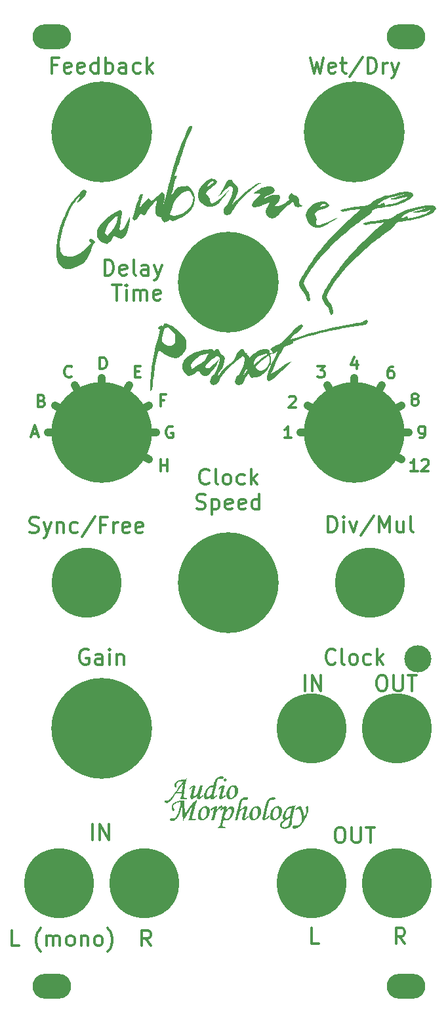
<source format=gbr>
%TF.GenerationSoftware,KiCad,Pcbnew,8.0.7*%
%TF.CreationDate,2025-01-04T16:17:22+00:00*%
%TF.ProjectId,panel,70616e65-6c2e-46b6-9963-61645f706362,rev?*%
%TF.SameCoordinates,Original*%
%TF.FileFunction,Soldermask,Top*%
%TF.FilePolarity,Negative*%
%FSLAX46Y46*%
G04 Gerber Fmt 4.6, Leading zero omitted, Abs format (unit mm)*
G04 Created by KiCad (PCBNEW 8.0.7) date 2025-01-04 16:17:22*
%MOMM*%
%LPD*%
G01*
G04 APERTURE LIST*
%ADD10C,1.000000*%
%ADD11C,0.300000*%
%ADD12C,9.000000*%
%ADD13C,13.000000*%
%ADD14C,3.500000*%
%ADD15O,5.000000X3.200000*%
G04 APERTURE END LIST*
D10*
X43000000Y-74800000D02*
X50000000Y-74800000D01*
X43000000Y-74800000D02*
X39500000Y-68737822D01*
X75600000Y-74800000D02*
X79100000Y-68737822D01*
X43000000Y-74800000D02*
X36000000Y-74800000D01*
X75600000Y-74800000D02*
X81662178Y-71300000D01*
X43000000Y-74800000D02*
X36937822Y-71300000D01*
X75600000Y-74800000D02*
X69537822Y-71300000D01*
X43000000Y-74800000D02*
X49062178Y-71300000D01*
X75600000Y-74800000D02*
X68600000Y-74800000D01*
X43000000Y-74800000D02*
X43000000Y-67800000D01*
X75600000Y-74800000D02*
X72100000Y-68737822D01*
X75600000Y-74800000D02*
X81662178Y-78300000D01*
X75600000Y-74800000D02*
X82600000Y-74800000D01*
X43000000Y-74800000D02*
X49062178Y-78300000D01*
X43000000Y-74800000D02*
X46500000Y-68737822D01*
X75600000Y-74800000D02*
X75600000Y-67800000D01*
D11*
X82116415Y-140739638D02*
X81449748Y-139787257D01*
X80973558Y-140739638D02*
X80973558Y-138739638D01*
X80973558Y-138739638D02*
X81735463Y-138739638D01*
X81735463Y-138739638D02*
X81925939Y-138834876D01*
X81925939Y-138834876D02*
X82021177Y-138930114D01*
X82021177Y-138930114D02*
X82116415Y-139120590D01*
X82116415Y-139120590D02*
X82116415Y-139406304D01*
X82116415Y-139406304D02*
X82021177Y-139596780D01*
X82021177Y-139596780D02*
X81925939Y-139692019D01*
X81925939Y-139692019D02*
X81735463Y-139787257D01*
X81735463Y-139787257D02*
X80973558Y-139787257D01*
G36*
X82749885Y-43799905D02*
G01*
X83083512Y-43920609D01*
X83181459Y-44164707D01*
X83158318Y-44198888D01*
X82937766Y-44495029D01*
X82673611Y-44749195D01*
X82357078Y-44946311D01*
X82050333Y-45081756D01*
X81617177Y-45252258D01*
X81211539Y-45388507D01*
X80827982Y-45496068D01*
X80461066Y-45580509D01*
X80105352Y-45647395D01*
X79755403Y-45702291D01*
X79405778Y-45750765D01*
X79051039Y-45798381D01*
X78685748Y-45850705D01*
X78304465Y-45913304D01*
X78204084Y-45999110D01*
X77881418Y-46146812D01*
X77867734Y-46309052D01*
X77695072Y-46609767D01*
X77161167Y-46969261D01*
X76613393Y-47353813D01*
X76335435Y-47555005D01*
X76055366Y-47761885D01*
X75773637Y-47974260D01*
X75490700Y-48191938D01*
X75207008Y-48414726D01*
X74923013Y-48642432D01*
X74639166Y-48874864D01*
X74355919Y-49111829D01*
X74073724Y-49353135D01*
X73793033Y-49598590D01*
X73514299Y-49848000D01*
X73237973Y-50101175D01*
X72964506Y-50357921D01*
X72694352Y-50618046D01*
X72427961Y-50881358D01*
X72165787Y-51147664D01*
X71908280Y-51416772D01*
X71655893Y-51688490D01*
X71409077Y-51962625D01*
X71168285Y-52238984D01*
X70933969Y-52517376D01*
X70706581Y-52797609D01*
X70486571Y-53079489D01*
X70274394Y-53362824D01*
X70070499Y-53647422D01*
X69875340Y-53933091D01*
X69513036Y-54506871D01*
X69463767Y-54602603D01*
X69272278Y-54934549D01*
X69104752Y-55258491D01*
X69032872Y-55613588D01*
X69189165Y-55946618D01*
X69289101Y-56120713D01*
X69492894Y-56426465D01*
X69688899Y-56740492D01*
X69825110Y-57070832D01*
X69849522Y-57425526D01*
X69863456Y-57442564D01*
X69907733Y-57782901D01*
X69598531Y-57880771D01*
X69495158Y-57787798D01*
X69383708Y-57452717D01*
X69378492Y-57385630D01*
X69242229Y-57011879D01*
X69035876Y-56723757D01*
X68799291Y-56439473D01*
X68583226Y-56142735D01*
X68438432Y-55817251D01*
X68415659Y-55446732D01*
X68607683Y-55084861D01*
X68806000Y-54727006D01*
X69010381Y-54373175D01*
X69220596Y-54023375D01*
X69436417Y-53677614D01*
X69657613Y-53335899D01*
X69883955Y-52998238D01*
X70115214Y-52664637D01*
X70351160Y-52335104D01*
X70591564Y-52009647D01*
X70836196Y-51688273D01*
X71084827Y-51370989D01*
X71337227Y-51057804D01*
X71593166Y-50748723D01*
X71852416Y-50443755D01*
X72114747Y-50142907D01*
X72379929Y-49846187D01*
X72647733Y-49553601D01*
X72917930Y-49265158D01*
X73190289Y-48980864D01*
X73464582Y-48700728D01*
X73740578Y-48424756D01*
X74018049Y-48152956D01*
X74296765Y-47885335D01*
X74576497Y-47621900D01*
X74857014Y-47362660D01*
X75138088Y-47107621D01*
X75419489Y-46856792D01*
X75700988Y-46610178D01*
X75982354Y-46367788D01*
X76263360Y-46129630D01*
X76543774Y-45895710D01*
X76264488Y-45964264D01*
X75913031Y-46025649D01*
X75551622Y-46072232D01*
X75172391Y-46117093D01*
X74767470Y-46173312D01*
X74419751Y-46235254D01*
X74046526Y-46319534D01*
X74035930Y-46292980D01*
X73717714Y-46163103D01*
X74048732Y-46014807D01*
X74416832Y-45927307D01*
X74806487Y-45845912D01*
X75210725Y-45770994D01*
X75622577Y-45702924D01*
X76035073Y-45642073D01*
X76441242Y-45588813D01*
X76834116Y-45543517D01*
X77206723Y-45506555D01*
X77250640Y-45487970D01*
X77381325Y-45421837D01*
X78564524Y-45421837D01*
X78859009Y-45390490D01*
X79086697Y-45271900D01*
X79458415Y-45133781D01*
X79514453Y-45472485D01*
X79850489Y-45372638D01*
X80008266Y-45349558D01*
X80382262Y-45287283D01*
X80735342Y-45212742D01*
X81077877Y-45118775D01*
X81420237Y-44998218D01*
X81772793Y-44843912D01*
X82145915Y-44648693D01*
X82467653Y-44354720D01*
X82303806Y-44404059D01*
X81942432Y-44507926D01*
X81605543Y-44589240D01*
X81234666Y-44654853D01*
X80828401Y-44694513D01*
X80476967Y-44700665D01*
X80101271Y-44678396D01*
X80487886Y-44558283D01*
X80860998Y-44446217D01*
X81217748Y-44339325D01*
X81555274Y-44234737D01*
X81930903Y-44108229D01*
X82001112Y-44080821D01*
X81692324Y-44153950D01*
X81304653Y-44236677D01*
X80958240Y-44306709D01*
X80543940Y-44394913D01*
X80163158Y-44495527D01*
X79793132Y-44628541D01*
X79411102Y-44813942D01*
X79103010Y-44999397D01*
X78765761Y-45233996D01*
X78564524Y-45421837D01*
X77381325Y-45421837D01*
X77560660Y-45331085D01*
X77851845Y-45114679D01*
X78131129Y-44883385D01*
X78239056Y-44839235D01*
X78564721Y-44692148D01*
X78894976Y-44536571D01*
X79232083Y-44389818D01*
X79578305Y-44269200D01*
X79935906Y-44192033D01*
X80214683Y-44128379D01*
X80665380Y-44019759D01*
X81004055Y-43933764D01*
X81381970Y-43841170D01*
X81772789Y-43777261D01*
X82121710Y-43752960D01*
X82497525Y-43742199D01*
X82749885Y-43799905D01*
G37*
G36*
X85734862Y-45523282D02*
G01*
X86068490Y-45643987D01*
X86166437Y-45888085D01*
X86143296Y-45922265D01*
X85922743Y-46218406D01*
X85658588Y-46472573D01*
X85342056Y-46669688D01*
X85035311Y-46805134D01*
X84602154Y-46975635D01*
X84196517Y-47111884D01*
X83812959Y-47219446D01*
X83446043Y-47303887D01*
X83090330Y-47370772D01*
X82740380Y-47425669D01*
X82390755Y-47474142D01*
X82036017Y-47521758D01*
X81670725Y-47574083D01*
X81289443Y-47636682D01*
X81189061Y-47722488D01*
X80866395Y-47870189D01*
X80852711Y-48032429D01*
X80680050Y-48333144D01*
X80146145Y-48692638D01*
X79598371Y-49077191D01*
X79320413Y-49278383D01*
X79040343Y-49485263D01*
X78758614Y-49697638D01*
X78475678Y-49915315D01*
X78191986Y-50138103D01*
X77907990Y-50365810D01*
X77624143Y-50598241D01*
X77340896Y-50835207D01*
X77058701Y-51076513D01*
X76778011Y-51321967D01*
X76499276Y-51571378D01*
X76222950Y-51824553D01*
X75949484Y-52081299D01*
X75679329Y-52341424D01*
X75412939Y-52604735D01*
X75150764Y-52871042D01*
X74893257Y-53140150D01*
X74640870Y-53411867D01*
X74394055Y-53686002D01*
X74153263Y-53962362D01*
X73918947Y-54240754D01*
X73691558Y-54520986D01*
X73471549Y-54802866D01*
X73259371Y-55086202D01*
X73055477Y-55370800D01*
X72860318Y-55656469D01*
X72498013Y-56230249D01*
X72448744Y-56325980D01*
X72257255Y-56657927D01*
X72089730Y-56981869D01*
X72017849Y-57336965D01*
X72174142Y-57669996D01*
X72274078Y-57844090D01*
X72477872Y-58149843D01*
X72673876Y-58463870D01*
X72810088Y-58794210D01*
X72834499Y-59148904D01*
X72848433Y-59165942D01*
X72892710Y-59506279D01*
X72583509Y-59604148D01*
X72480135Y-59511175D01*
X72368685Y-59176094D01*
X72363470Y-59109008D01*
X72227207Y-58735257D01*
X72020853Y-58447135D01*
X71784268Y-58162850D01*
X71568204Y-57866112D01*
X71423410Y-57540629D01*
X71400637Y-57170109D01*
X71592660Y-56808238D01*
X71790977Y-56450383D01*
X71995358Y-56096553D01*
X72205573Y-55746753D01*
X72421394Y-55400992D01*
X72642590Y-55059277D01*
X72868933Y-54721615D01*
X73100191Y-54388014D01*
X73336138Y-54058482D01*
X73576541Y-53733024D01*
X73821173Y-53411650D01*
X74069804Y-53094367D01*
X74322204Y-52781181D01*
X74578144Y-52472101D01*
X74837394Y-52167133D01*
X75099725Y-51866285D01*
X75364907Y-51569564D01*
X75632711Y-51276979D01*
X75902907Y-50988536D01*
X76175266Y-50704242D01*
X76449559Y-50424105D01*
X76725556Y-50148133D01*
X77003027Y-49876333D01*
X77281743Y-49608712D01*
X77561474Y-49345278D01*
X77841992Y-49086038D01*
X78123066Y-48830999D01*
X78404467Y-48580169D01*
X78685965Y-48333556D01*
X78967332Y-48091166D01*
X79248337Y-47853007D01*
X79528751Y-47619087D01*
X79249465Y-47687642D01*
X78898009Y-47749026D01*
X78536599Y-47795609D01*
X78157368Y-47840470D01*
X77752448Y-47896689D01*
X77404728Y-47958632D01*
X77031504Y-48042911D01*
X77020908Y-48016358D01*
X76702691Y-47886480D01*
X77033709Y-47738185D01*
X77401810Y-47650685D01*
X77791464Y-47569290D01*
X78195702Y-47494371D01*
X78607554Y-47426301D01*
X79020050Y-47365450D01*
X79426220Y-47312191D01*
X79819093Y-47266894D01*
X80191701Y-47229932D01*
X80235618Y-47211347D01*
X80366304Y-47145214D01*
X81549501Y-47145214D01*
X81843986Y-47113868D01*
X82071675Y-46995278D01*
X82443392Y-46857159D01*
X82499431Y-47195863D01*
X82835466Y-47096016D01*
X82993244Y-47072936D01*
X83367239Y-47010661D01*
X83720320Y-46936120D01*
X84062855Y-46842152D01*
X84405215Y-46721596D01*
X84757771Y-46567289D01*
X85130892Y-46372070D01*
X85452631Y-46078097D01*
X85288784Y-46127436D01*
X84927409Y-46231303D01*
X84590520Y-46312617D01*
X84219644Y-46378231D01*
X83813378Y-46417891D01*
X83461945Y-46424043D01*
X83086248Y-46401774D01*
X83472863Y-46281661D01*
X83845975Y-46169594D01*
X84202725Y-46062703D01*
X84540251Y-45958115D01*
X84915880Y-45831606D01*
X84986090Y-45804198D01*
X84677302Y-45877327D01*
X84289630Y-45960055D01*
X83943217Y-46030087D01*
X83528917Y-46118290D01*
X83148135Y-46218905D01*
X82778109Y-46351918D01*
X82396080Y-46537320D01*
X82087988Y-46722774D01*
X81750738Y-46957373D01*
X81549501Y-47145214D01*
X80366304Y-47145214D01*
X80545638Y-47054463D01*
X80836823Y-46838057D01*
X81116107Y-46606762D01*
X81224033Y-46562612D01*
X81549699Y-46415525D01*
X81879953Y-46259949D01*
X82217060Y-46113195D01*
X82563283Y-45992578D01*
X82920883Y-45915410D01*
X83199661Y-45851756D01*
X83650358Y-45743137D01*
X83989033Y-45657141D01*
X84366948Y-45564547D01*
X84757767Y-45500639D01*
X85106687Y-45476337D01*
X85482502Y-45465576D01*
X85734862Y-45523282D01*
G37*
X37190475Y-27392019D02*
X36523808Y-27392019D01*
X36523808Y-28439638D02*
X36523808Y-26439638D01*
X36523808Y-26439638D02*
X37476189Y-26439638D01*
X38999999Y-28344400D02*
X38809523Y-28439638D01*
X38809523Y-28439638D02*
X38428570Y-28439638D01*
X38428570Y-28439638D02*
X38238094Y-28344400D01*
X38238094Y-28344400D02*
X38142856Y-28153923D01*
X38142856Y-28153923D02*
X38142856Y-27392019D01*
X38142856Y-27392019D02*
X38238094Y-27201542D01*
X38238094Y-27201542D02*
X38428570Y-27106304D01*
X38428570Y-27106304D02*
X38809523Y-27106304D01*
X38809523Y-27106304D02*
X38999999Y-27201542D01*
X38999999Y-27201542D02*
X39095237Y-27392019D01*
X39095237Y-27392019D02*
X39095237Y-27582495D01*
X39095237Y-27582495D02*
X38142856Y-27772971D01*
X40714285Y-28344400D02*
X40523809Y-28439638D01*
X40523809Y-28439638D02*
X40142856Y-28439638D01*
X40142856Y-28439638D02*
X39952380Y-28344400D01*
X39952380Y-28344400D02*
X39857142Y-28153923D01*
X39857142Y-28153923D02*
X39857142Y-27392019D01*
X39857142Y-27392019D02*
X39952380Y-27201542D01*
X39952380Y-27201542D02*
X40142856Y-27106304D01*
X40142856Y-27106304D02*
X40523809Y-27106304D01*
X40523809Y-27106304D02*
X40714285Y-27201542D01*
X40714285Y-27201542D02*
X40809523Y-27392019D01*
X40809523Y-27392019D02*
X40809523Y-27582495D01*
X40809523Y-27582495D02*
X39857142Y-27772971D01*
X42523809Y-28439638D02*
X42523809Y-26439638D01*
X42523809Y-28344400D02*
X42333333Y-28439638D01*
X42333333Y-28439638D02*
X41952380Y-28439638D01*
X41952380Y-28439638D02*
X41761904Y-28344400D01*
X41761904Y-28344400D02*
X41666666Y-28249161D01*
X41666666Y-28249161D02*
X41571428Y-28058685D01*
X41571428Y-28058685D02*
X41571428Y-27487257D01*
X41571428Y-27487257D02*
X41666666Y-27296780D01*
X41666666Y-27296780D02*
X41761904Y-27201542D01*
X41761904Y-27201542D02*
X41952380Y-27106304D01*
X41952380Y-27106304D02*
X42333333Y-27106304D01*
X42333333Y-27106304D02*
X42523809Y-27201542D01*
X43476190Y-28439638D02*
X43476190Y-26439638D01*
X43476190Y-27201542D02*
X43666666Y-27106304D01*
X43666666Y-27106304D02*
X44047619Y-27106304D01*
X44047619Y-27106304D02*
X44238095Y-27201542D01*
X44238095Y-27201542D02*
X44333333Y-27296780D01*
X44333333Y-27296780D02*
X44428571Y-27487257D01*
X44428571Y-27487257D02*
X44428571Y-28058685D01*
X44428571Y-28058685D02*
X44333333Y-28249161D01*
X44333333Y-28249161D02*
X44238095Y-28344400D01*
X44238095Y-28344400D02*
X44047619Y-28439638D01*
X44047619Y-28439638D02*
X43666666Y-28439638D01*
X43666666Y-28439638D02*
X43476190Y-28344400D01*
X46142857Y-28439638D02*
X46142857Y-27392019D01*
X46142857Y-27392019D02*
X46047619Y-27201542D01*
X46047619Y-27201542D02*
X45857143Y-27106304D01*
X45857143Y-27106304D02*
X45476190Y-27106304D01*
X45476190Y-27106304D02*
X45285714Y-27201542D01*
X46142857Y-28344400D02*
X45952381Y-28439638D01*
X45952381Y-28439638D02*
X45476190Y-28439638D01*
X45476190Y-28439638D02*
X45285714Y-28344400D01*
X45285714Y-28344400D02*
X45190476Y-28153923D01*
X45190476Y-28153923D02*
X45190476Y-27963447D01*
X45190476Y-27963447D02*
X45285714Y-27772971D01*
X45285714Y-27772971D02*
X45476190Y-27677733D01*
X45476190Y-27677733D02*
X45952381Y-27677733D01*
X45952381Y-27677733D02*
X46142857Y-27582495D01*
X47952381Y-28344400D02*
X47761905Y-28439638D01*
X47761905Y-28439638D02*
X47380952Y-28439638D01*
X47380952Y-28439638D02*
X47190476Y-28344400D01*
X47190476Y-28344400D02*
X47095238Y-28249161D01*
X47095238Y-28249161D02*
X47000000Y-28058685D01*
X47000000Y-28058685D02*
X47000000Y-27487257D01*
X47000000Y-27487257D02*
X47095238Y-27296780D01*
X47095238Y-27296780D02*
X47190476Y-27201542D01*
X47190476Y-27201542D02*
X47380952Y-27106304D01*
X47380952Y-27106304D02*
X47761905Y-27106304D01*
X47761905Y-27106304D02*
X47952381Y-27201542D01*
X48809524Y-28439638D02*
X48809524Y-26439638D01*
X49000000Y-27677733D02*
X49571429Y-28439638D01*
X49571429Y-27106304D02*
X48809524Y-27868209D01*
X72219047Y-87639638D02*
X72219047Y-85639638D01*
X72219047Y-85639638D02*
X72695237Y-85639638D01*
X72695237Y-85639638D02*
X72980952Y-85734876D01*
X72980952Y-85734876D02*
X73171428Y-85925352D01*
X73171428Y-85925352D02*
X73266666Y-86115828D01*
X73266666Y-86115828D02*
X73361904Y-86496780D01*
X73361904Y-86496780D02*
X73361904Y-86782495D01*
X73361904Y-86782495D02*
X73266666Y-87163447D01*
X73266666Y-87163447D02*
X73171428Y-87353923D01*
X73171428Y-87353923D02*
X72980952Y-87544400D01*
X72980952Y-87544400D02*
X72695237Y-87639638D01*
X72695237Y-87639638D02*
X72219047Y-87639638D01*
X74219047Y-87639638D02*
X74219047Y-86306304D01*
X74219047Y-85639638D02*
X74123809Y-85734876D01*
X74123809Y-85734876D02*
X74219047Y-85830114D01*
X74219047Y-85830114D02*
X74314285Y-85734876D01*
X74314285Y-85734876D02*
X74219047Y-85639638D01*
X74219047Y-85639638D02*
X74219047Y-85830114D01*
X74980952Y-86306304D02*
X75457142Y-87639638D01*
X75457142Y-87639638D02*
X75933333Y-86306304D01*
X78123809Y-85544400D02*
X76409524Y-88115828D01*
X78790476Y-87639638D02*
X78790476Y-85639638D01*
X78790476Y-85639638D02*
X79457143Y-87068209D01*
X79457143Y-87068209D02*
X80123809Y-85639638D01*
X80123809Y-85639638D02*
X80123809Y-87639638D01*
X81933333Y-86306304D02*
X81933333Y-87639638D01*
X81076190Y-86306304D02*
X81076190Y-87353923D01*
X81076190Y-87353923D02*
X81171428Y-87544400D01*
X81171428Y-87544400D02*
X81361904Y-87639638D01*
X81361904Y-87639638D02*
X81647619Y-87639638D01*
X81647619Y-87639638D02*
X81838095Y-87544400D01*
X81838095Y-87544400D02*
X81933333Y-87449161D01*
X83171428Y-87639638D02*
X82980952Y-87544400D01*
X82980952Y-87544400D02*
X82885714Y-87353923D01*
X82885714Y-87353923D02*
X82885714Y-85639638D01*
X73554510Y-125739638D02*
X73935463Y-125739638D01*
X73935463Y-125739638D02*
X74125939Y-125834876D01*
X74125939Y-125834876D02*
X74316415Y-126025352D01*
X74316415Y-126025352D02*
X74411653Y-126406304D01*
X74411653Y-126406304D02*
X74411653Y-127072971D01*
X74411653Y-127072971D02*
X74316415Y-127453923D01*
X74316415Y-127453923D02*
X74125939Y-127644400D01*
X74125939Y-127644400D02*
X73935463Y-127739638D01*
X73935463Y-127739638D02*
X73554510Y-127739638D01*
X73554510Y-127739638D02*
X73364034Y-127644400D01*
X73364034Y-127644400D02*
X73173558Y-127453923D01*
X73173558Y-127453923D02*
X73078320Y-127072971D01*
X73078320Y-127072971D02*
X73078320Y-126406304D01*
X73078320Y-126406304D02*
X73173558Y-126025352D01*
X73173558Y-126025352D02*
X73364034Y-125834876D01*
X73364034Y-125834876D02*
X73554510Y-125739638D01*
X75268796Y-125739638D02*
X75268796Y-127358685D01*
X75268796Y-127358685D02*
X75364034Y-127549161D01*
X75364034Y-127549161D02*
X75459272Y-127644400D01*
X75459272Y-127644400D02*
X75649748Y-127739638D01*
X75649748Y-127739638D02*
X76030701Y-127739638D01*
X76030701Y-127739638D02*
X76221177Y-127644400D01*
X76221177Y-127644400D02*
X76316415Y-127549161D01*
X76316415Y-127549161D02*
X76411653Y-127358685D01*
X76411653Y-127358685D02*
X76411653Y-125739638D01*
X77078320Y-125739638D02*
X78221177Y-125739638D01*
X77649748Y-127739638D02*
X77649748Y-125739638D01*
X56823809Y-81329273D02*
X56728571Y-81424512D01*
X56728571Y-81424512D02*
X56442857Y-81519750D01*
X56442857Y-81519750D02*
X56252381Y-81519750D01*
X56252381Y-81519750D02*
X55966666Y-81424512D01*
X55966666Y-81424512D02*
X55776190Y-81234035D01*
X55776190Y-81234035D02*
X55680952Y-81043559D01*
X55680952Y-81043559D02*
X55585714Y-80662607D01*
X55585714Y-80662607D02*
X55585714Y-80376892D01*
X55585714Y-80376892D02*
X55680952Y-79995940D01*
X55680952Y-79995940D02*
X55776190Y-79805464D01*
X55776190Y-79805464D02*
X55966666Y-79614988D01*
X55966666Y-79614988D02*
X56252381Y-79519750D01*
X56252381Y-79519750D02*
X56442857Y-79519750D01*
X56442857Y-79519750D02*
X56728571Y-79614988D01*
X56728571Y-79614988D02*
X56823809Y-79710226D01*
X57966666Y-81519750D02*
X57776190Y-81424512D01*
X57776190Y-81424512D02*
X57680952Y-81234035D01*
X57680952Y-81234035D02*
X57680952Y-79519750D01*
X59014285Y-81519750D02*
X58823809Y-81424512D01*
X58823809Y-81424512D02*
X58728571Y-81329273D01*
X58728571Y-81329273D02*
X58633333Y-81138797D01*
X58633333Y-81138797D02*
X58633333Y-80567369D01*
X58633333Y-80567369D02*
X58728571Y-80376892D01*
X58728571Y-80376892D02*
X58823809Y-80281654D01*
X58823809Y-80281654D02*
X59014285Y-80186416D01*
X59014285Y-80186416D02*
X59300000Y-80186416D01*
X59300000Y-80186416D02*
X59490476Y-80281654D01*
X59490476Y-80281654D02*
X59585714Y-80376892D01*
X59585714Y-80376892D02*
X59680952Y-80567369D01*
X59680952Y-80567369D02*
X59680952Y-81138797D01*
X59680952Y-81138797D02*
X59585714Y-81329273D01*
X59585714Y-81329273D02*
X59490476Y-81424512D01*
X59490476Y-81424512D02*
X59300000Y-81519750D01*
X59300000Y-81519750D02*
X59014285Y-81519750D01*
X61395238Y-81424512D02*
X61204762Y-81519750D01*
X61204762Y-81519750D02*
X60823809Y-81519750D01*
X60823809Y-81519750D02*
X60633333Y-81424512D01*
X60633333Y-81424512D02*
X60538095Y-81329273D01*
X60538095Y-81329273D02*
X60442857Y-81138797D01*
X60442857Y-81138797D02*
X60442857Y-80567369D01*
X60442857Y-80567369D02*
X60538095Y-80376892D01*
X60538095Y-80376892D02*
X60633333Y-80281654D01*
X60633333Y-80281654D02*
X60823809Y-80186416D01*
X60823809Y-80186416D02*
X61204762Y-80186416D01*
X61204762Y-80186416D02*
X61395238Y-80281654D01*
X62252381Y-81519750D02*
X62252381Y-79519750D01*
X62442857Y-80757845D02*
X63014286Y-81519750D01*
X63014286Y-80186416D02*
X62252381Y-80948321D01*
X55204761Y-84644400D02*
X55490475Y-84739638D01*
X55490475Y-84739638D02*
X55966666Y-84739638D01*
X55966666Y-84739638D02*
X56157142Y-84644400D01*
X56157142Y-84644400D02*
X56252380Y-84549161D01*
X56252380Y-84549161D02*
X56347618Y-84358685D01*
X56347618Y-84358685D02*
X56347618Y-84168209D01*
X56347618Y-84168209D02*
X56252380Y-83977733D01*
X56252380Y-83977733D02*
X56157142Y-83882495D01*
X56157142Y-83882495D02*
X55966666Y-83787257D01*
X55966666Y-83787257D02*
X55585713Y-83692019D01*
X55585713Y-83692019D02*
X55395237Y-83596780D01*
X55395237Y-83596780D02*
X55299999Y-83501542D01*
X55299999Y-83501542D02*
X55204761Y-83311066D01*
X55204761Y-83311066D02*
X55204761Y-83120590D01*
X55204761Y-83120590D02*
X55299999Y-82930114D01*
X55299999Y-82930114D02*
X55395237Y-82834876D01*
X55395237Y-82834876D02*
X55585713Y-82739638D01*
X55585713Y-82739638D02*
X56061904Y-82739638D01*
X56061904Y-82739638D02*
X56347618Y-82834876D01*
X57204761Y-83406304D02*
X57204761Y-85406304D01*
X57204761Y-83501542D02*
X57395237Y-83406304D01*
X57395237Y-83406304D02*
X57776190Y-83406304D01*
X57776190Y-83406304D02*
X57966666Y-83501542D01*
X57966666Y-83501542D02*
X58061904Y-83596780D01*
X58061904Y-83596780D02*
X58157142Y-83787257D01*
X58157142Y-83787257D02*
X58157142Y-84358685D01*
X58157142Y-84358685D02*
X58061904Y-84549161D01*
X58061904Y-84549161D02*
X57966666Y-84644400D01*
X57966666Y-84644400D02*
X57776190Y-84739638D01*
X57776190Y-84739638D02*
X57395237Y-84739638D01*
X57395237Y-84739638D02*
X57204761Y-84644400D01*
X59776190Y-84644400D02*
X59585714Y-84739638D01*
X59585714Y-84739638D02*
X59204761Y-84739638D01*
X59204761Y-84739638D02*
X59014285Y-84644400D01*
X59014285Y-84644400D02*
X58919047Y-84453923D01*
X58919047Y-84453923D02*
X58919047Y-83692019D01*
X58919047Y-83692019D02*
X59014285Y-83501542D01*
X59014285Y-83501542D02*
X59204761Y-83406304D01*
X59204761Y-83406304D02*
X59585714Y-83406304D01*
X59585714Y-83406304D02*
X59776190Y-83501542D01*
X59776190Y-83501542D02*
X59871428Y-83692019D01*
X59871428Y-83692019D02*
X59871428Y-83882495D01*
X59871428Y-83882495D02*
X58919047Y-84072971D01*
X61490476Y-84644400D02*
X61300000Y-84739638D01*
X61300000Y-84739638D02*
X60919047Y-84739638D01*
X60919047Y-84739638D02*
X60728571Y-84644400D01*
X60728571Y-84644400D02*
X60633333Y-84453923D01*
X60633333Y-84453923D02*
X60633333Y-83692019D01*
X60633333Y-83692019D02*
X60728571Y-83501542D01*
X60728571Y-83501542D02*
X60919047Y-83406304D01*
X60919047Y-83406304D02*
X61300000Y-83406304D01*
X61300000Y-83406304D02*
X61490476Y-83501542D01*
X61490476Y-83501542D02*
X61585714Y-83692019D01*
X61585714Y-83692019D02*
X61585714Y-83882495D01*
X61585714Y-83882495D02*
X60633333Y-84072971D01*
X63300000Y-84739638D02*
X63300000Y-82739638D01*
X63300000Y-84644400D02*
X63109524Y-84739638D01*
X63109524Y-84739638D02*
X62728571Y-84739638D01*
X62728571Y-84739638D02*
X62538095Y-84644400D01*
X62538095Y-84644400D02*
X62442857Y-84549161D01*
X62442857Y-84549161D02*
X62347619Y-84358685D01*
X62347619Y-84358685D02*
X62347619Y-83787257D01*
X62347619Y-83787257D02*
X62442857Y-83596780D01*
X62442857Y-83596780D02*
X62538095Y-83501542D01*
X62538095Y-83501542D02*
X62728571Y-83406304D01*
X62728571Y-83406304D02*
X63109524Y-83406304D01*
X63109524Y-83406304D02*
X63300000Y-83501542D01*
X33666666Y-87644400D02*
X33952380Y-87739638D01*
X33952380Y-87739638D02*
X34428571Y-87739638D01*
X34428571Y-87739638D02*
X34619047Y-87644400D01*
X34619047Y-87644400D02*
X34714285Y-87549161D01*
X34714285Y-87549161D02*
X34809523Y-87358685D01*
X34809523Y-87358685D02*
X34809523Y-87168209D01*
X34809523Y-87168209D02*
X34714285Y-86977733D01*
X34714285Y-86977733D02*
X34619047Y-86882495D01*
X34619047Y-86882495D02*
X34428571Y-86787257D01*
X34428571Y-86787257D02*
X34047618Y-86692019D01*
X34047618Y-86692019D02*
X33857142Y-86596780D01*
X33857142Y-86596780D02*
X33761904Y-86501542D01*
X33761904Y-86501542D02*
X33666666Y-86311066D01*
X33666666Y-86311066D02*
X33666666Y-86120590D01*
X33666666Y-86120590D02*
X33761904Y-85930114D01*
X33761904Y-85930114D02*
X33857142Y-85834876D01*
X33857142Y-85834876D02*
X34047618Y-85739638D01*
X34047618Y-85739638D02*
X34523809Y-85739638D01*
X34523809Y-85739638D02*
X34809523Y-85834876D01*
X35476190Y-86406304D02*
X35952380Y-87739638D01*
X36428571Y-86406304D02*
X35952380Y-87739638D01*
X35952380Y-87739638D02*
X35761904Y-88215828D01*
X35761904Y-88215828D02*
X35666666Y-88311066D01*
X35666666Y-88311066D02*
X35476190Y-88406304D01*
X37190476Y-86406304D02*
X37190476Y-87739638D01*
X37190476Y-86596780D02*
X37285714Y-86501542D01*
X37285714Y-86501542D02*
X37476190Y-86406304D01*
X37476190Y-86406304D02*
X37761905Y-86406304D01*
X37761905Y-86406304D02*
X37952381Y-86501542D01*
X37952381Y-86501542D02*
X38047619Y-86692019D01*
X38047619Y-86692019D02*
X38047619Y-87739638D01*
X39857143Y-87644400D02*
X39666667Y-87739638D01*
X39666667Y-87739638D02*
X39285714Y-87739638D01*
X39285714Y-87739638D02*
X39095238Y-87644400D01*
X39095238Y-87644400D02*
X39000000Y-87549161D01*
X39000000Y-87549161D02*
X38904762Y-87358685D01*
X38904762Y-87358685D02*
X38904762Y-86787257D01*
X38904762Y-86787257D02*
X39000000Y-86596780D01*
X39000000Y-86596780D02*
X39095238Y-86501542D01*
X39095238Y-86501542D02*
X39285714Y-86406304D01*
X39285714Y-86406304D02*
X39666667Y-86406304D01*
X39666667Y-86406304D02*
X39857143Y-86501542D01*
X42142857Y-85644400D02*
X40428572Y-88215828D01*
X43476191Y-86692019D02*
X42809524Y-86692019D01*
X42809524Y-87739638D02*
X42809524Y-85739638D01*
X42809524Y-85739638D02*
X43761905Y-85739638D01*
X44523810Y-87739638D02*
X44523810Y-86406304D01*
X44523810Y-86787257D02*
X44619048Y-86596780D01*
X44619048Y-86596780D02*
X44714286Y-86501542D01*
X44714286Y-86501542D02*
X44904762Y-86406304D01*
X44904762Y-86406304D02*
X45095239Y-86406304D01*
X46523810Y-87644400D02*
X46333334Y-87739638D01*
X46333334Y-87739638D02*
X45952381Y-87739638D01*
X45952381Y-87739638D02*
X45761905Y-87644400D01*
X45761905Y-87644400D02*
X45666667Y-87453923D01*
X45666667Y-87453923D02*
X45666667Y-86692019D01*
X45666667Y-86692019D02*
X45761905Y-86501542D01*
X45761905Y-86501542D02*
X45952381Y-86406304D01*
X45952381Y-86406304D02*
X46333334Y-86406304D01*
X46333334Y-86406304D02*
X46523810Y-86501542D01*
X46523810Y-86501542D02*
X46619048Y-86692019D01*
X46619048Y-86692019D02*
X46619048Y-86882495D01*
X46619048Y-86882495D02*
X45666667Y-87072971D01*
X48238096Y-87644400D02*
X48047620Y-87739638D01*
X48047620Y-87739638D02*
X47666667Y-87739638D01*
X47666667Y-87739638D02*
X47476191Y-87644400D01*
X47476191Y-87644400D02*
X47380953Y-87453923D01*
X47380953Y-87453923D02*
X47380953Y-86692019D01*
X47380953Y-86692019D02*
X47476191Y-86501542D01*
X47476191Y-86501542D02*
X47666667Y-86406304D01*
X47666667Y-86406304D02*
X48047620Y-86406304D01*
X48047620Y-86406304D02*
X48238096Y-86501542D01*
X48238096Y-86501542D02*
X48333334Y-86692019D01*
X48333334Y-86692019D02*
X48333334Y-86882495D01*
X48333334Y-86882495D02*
X47380953Y-87072971D01*
X69885714Y-26439638D02*
X70361904Y-28439638D01*
X70361904Y-28439638D02*
X70742857Y-27011066D01*
X70742857Y-27011066D02*
X71123809Y-28439638D01*
X71123809Y-28439638D02*
X71600000Y-26439638D01*
X73123809Y-28344400D02*
X72933333Y-28439638D01*
X72933333Y-28439638D02*
X72552380Y-28439638D01*
X72552380Y-28439638D02*
X72361904Y-28344400D01*
X72361904Y-28344400D02*
X72266666Y-28153923D01*
X72266666Y-28153923D02*
X72266666Y-27392019D01*
X72266666Y-27392019D02*
X72361904Y-27201542D01*
X72361904Y-27201542D02*
X72552380Y-27106304D01*
X72552380Y-27106304D02*
X72933333Y-27106304D01*
X72933333Y-27106304D02*
X73123809Y-27201542D01*
X73123809Y-27201542D02*
X73219047Y-27392019D01*
X73219047Y-27392019D02*
X73219047Y-27582495D01*
X73219047Y-27582495D02*
X72266666Y-27772971D01*
X73790476Y-27106304D02*
X74552380Y-27106304D01*
X74076190Y-26439638D02*
X74076190Y-28153923D01*
X74076190Y-28153923D02*
X74171428Y-28344400D01*
X74171428Y-28344400D02*
X74361904Y-28439638D01*
X74361904Y-28439638D02*
X74552380Y-28439638D01*
X76647618Y-26344400D02*
X74933333Y-28915828D01*
X77314285Y-28439638D02*
X77314285Y-26439638D01*
X77314285Y-26439638D02*
X77790475Y-26439638D01*
X77790475Y-26439638D02*
X78076190Y-26534876D01*
X78076190Y-26534876D02*
X78266666Y-26725352D01*
X78266666Y-26725352D02*
X78361904Y-26915828D01*
X78361904Y-26915828D02*
X78457142Y-27296780D01*
X78457142Y-27296780D02*
X78457142Y-27582495D01*
X78457142Y-27582495D02*
X78361904Y-27963447D01*
X78361904Y-27963447D02*
X78266666Y-28153923D01*
X78266666Y-28153923D02*
X78076190Y-28344400D01*
X78076190Y-28344400D02*
X77790475Y-28439638D01*
X77790475Y-28439638D02*
X77314285Y-28439638D01*
X79314285Y-28439638D02*
X79314285Y-27106304D01*
X79314285Y-27487257D02*
X79409523Y-27296780D01*
X79409523Y-27296780D02*
X79504761Y-27201542D01*
X79504761Y-27201542D02*
X79695237Y-27106304D01*
X79695237Y-27106304D02*
X79885714Y-27106304D01*
X80361904Y-27106304D02*
X80838094Y-28439638D01*
X81314285Y-27106304D02*
X80838094Y-28439638D01*
X80838094Y-28439638D02*
X80647618Y-28915828D01*
X80647618Y-28915828D02*
X80552380Y-29011066D01*
X80552380Y-29011066D02*
X80361904Y-29106304D01*
X70811653Y-66200828D02*
X71740225Y-66200828D01*
X71740225Y-66200828D02*
X71240225Y-66772257D01*
X71240225Y-66772257D02*
X71454510Y-66772257D01*
X71454510Y-66772257D02*
X71597368Y-66843685D01*
X71597368Y-66843685D02*
X71668796Y-66915114D01*
X71668796Y-66915114D02*
X71740225Y-67057971D01*
X71740225Y-67057971D02*
X71740225Y-67415114D01*
X71740225Y-67415114D02*
X71668796Y-67557971D01*
X71668796Y-67557971D02*
X71597368Y-67629400D01*
X71597368Y-67629400D02*
X71454510Y-67700828D01*
X71454510Y-67700828D02*
X71025939Y-67700828D01*
X71025939Y-67700828D02*
X70883082Y-67629400D01*
X70883082Y-67629400D02*
X70811653Y-67557971D01*
X67183082Y-70243685D02*
X67254510Y-70172257D01*
X67254510Y-70172257D02*
X67397368Y-70100828D01*
X67397368Y-70100828D02*
X67754510Y-70100828D01*
X67754510Y-70100828D02*
X67897368Y-70172257D01*
X67897368Y-70172257D02*
X67968796Y-70243685D01*
X67968796Y-70243685D02*
X68040225Y-70386542D01*
X68040225Y-70386542D02*
X68040225Y-70529400D01*
X68040225Y-70529400D02*
X67968796Y-70743685D01*
X67968796Y-70743685D02*
X67111653Y-71600828D01*
X67111653Y-71600828D02*
X68040225Y-71600828D01*
X35254510Y-70715114D02*
X35468796Y-70786542D01*
X35468796Y-70786542D02*
X35540225Y-70857971D01*
X35540225Y-70857971D02*
X35611653Y-71000828D01*
X35611653Y-71000828D02*
X35611653Y-71215114D01*
X35611653Y-71215114D02*
X35540225Y-71357971D01*
X35540225Y-71357971D02*
X35468796Y-71429400D01*
X35468796Y-71429400D02*
X35325939Y-71500828D01*
X35325939Y-71500828D02*
X34754510Y-71500828D01*
X34754510Y-71500828D02*
X34754510Y-70000828D01*
X34754510Y-70000828D02*
X35254510Y-70000828D01*
X35254510Y-70000828D02*
X35397368Y-70072257D01*
X35397368Y-70072257D02*
X35468796Y-70143685D01*
X35468796Y-70143685D02*
X35540225Y-70286542D01*
X35540225Y-70286542D02*
X35540225Y-70429400D01*
X35540225Y-70429400D02*
X35468796Y-70572257D01*
X35468796Y-70572257D02*
X35397368Y-70643685D01*
X35397368Y-70643685D02*
X35254510Y-70715114D01*
X35254510Y-70715114D02*
X34754510Y-70715114D01*
X39111653Y-67557971D02*
X39040225Y-67629400D01*
X39040225Y-67629400D02*
X38825939Y-67700828D01*
X38825939Y-67700828D02*
X38683082Y-67700828D01*
X38683082Y-67700828D02*
X38468796Y-67629400D01*
X38468796Y-67629400D02*
X38325939Y-67486542D01*
X38325939Y-67486542D02*
X38254510Y-67343685D01*
X38254510Y-67343685D02*
X38183082Y-67057971D01*
X38183082Y-67057971D02*
X38183082Y-66843685D01*
X38183082Y-66843685D02*
X38254510Y-66557971D01*
X38254510Y-66557971D02*
X38325939Y-66415114D01*
X38325939Y-66415114D02*
X38468796Y-66272257D01*
X38468796Y-66272257D02*
X38683082Y-66200828D01*
X38683082Y-66200828D02*
X38825939Y-66200828D01*
X38825939Y-66200828D02*
X39040225Y-66272257D01*
X39040225Y-66272257D02*
X39111653Y-66343685D01*
X42754510Y-66600828D02*
X42754510Y-65100828D01*
X42754510Y-65100828D02*
X43111653Y-65100828D01*
X43111653Y-65100828D02*
X43325939Y-65172257D01*
X43325939Y-65172257D02*
X43468796Y-65315114D01*
X43468796Y-65315114D02*
X43540225Y-65457971D01*
X43540225Y-65457971D02*
X43611653Y-65743685D01*
X43611653Y-65743685D02*
X43611653Y-65957971D01*
X43611653Y-65957971D02*
X43540225Y-66243685D01*
X43540225Y-66243685D02*
X43468796Y-66386542D01*
X43468796Y-66386542D02*
X43325939Y-66529400D01*
X43325939Y-66529400D02*
X43111653Y-66600828D01*
X43111653Y-66600828D02*
X42754510Y-66600828D01*
X49316415Y-141039638D02*
X48649748Y-140087257D01*
X48173558Y-141039638D02*
X48173558Y-139039638D01*
X48173558Y-139039638D02*
X48935463Y-139039638D01*
X48935463Y-139039638D02*
X49125939Y-139134876D01*
X49125939Y-139134876D02*
X49221177Y-139230114D01*
X49221177Y-139230114D02*
X49316415Y-139420590D01*
X49316415Y-139420590D02*
X49316415Y-139706304D01*
X49316415Y-139706304D02*
X49221177Y-139896780D01*
X49221177Y-139896780D02*
X49125939Y-139992019D01*
X49125939Y-139992019D02*
X48935463Y-140087257D01*
X48935463Y-140087257D02*
X48173558Y-140087257D01*
G36*
X48266845Y-44095736D02*
G01*
X47924487Y-44093620D01*
X47839764Y-44233541D01*
X47752311Y-44575761D01*
X47759880Y-44646924D01*
X47627937Y-45004193D01*
X47496157Y-45344931D01*
X47371965Y-45706751D01*
X47283844Y-46065859D01*
X47241172Y-46313006D01*
X47132062Y-46649560D01*
X47015203Y-46975396D01*
X46939271Y-47209971D01*
X47218443Y-47413834D01*
X47359182Y-47356411D01*
X47637470Y-47099684D01*
X47837148Y-46818017D01*
X48027581Y-46528890D01*
X48119052Y-46408207D01*
X48054155Y-46591521D01*
X48348374Y-46779770D01*
X48471088Y-46780152D01*
X48687858Y-46497122D01*
X48897306Y-46186454D01*
X49108105Y-45869688D01*
X49328928Y-45568367D01*
X49568449Y-45304030D01*
X49653944Y-45227860D01*
X49872366Y-44934561D01*
X50129737Y-44688981D01*
X50193790Y-44676083D01*
X50116434Y-45054697D01*
X50024996Y-45422764D01*
X49939372Y-45802953D01*
X49889627Y-46170658D01*
X49944697Y-46530674D01*
X50097829Y-46853982D01*
X50211897Y-46934996D01*
X50573218Y-47035056D01*
X50922742Y-47059645D01*
X51237481Y-46918679D01*
X51264998Y-46891664D01*
X51441889Y-46557703D01*
X51581842Y-46244652D01*
X51727449Y-45898447D01*
X51886916Y-45564331D01*
X52060813Y-45280885D01*
X52399368Y-45025012D01*
X52040260Y-45034446D01*
X51799754Y-45198447D01*
X51280918Y-45652772D01*
X50940223Y-45726413D01*
X50923769Y-45724427D01*
X50944742Y-45367788D01*
X51011345Y-45012247D01*
X51078557Y-44647969D01*
X51101357Y-44265121D01*
X51077120Y-44034227D01*
X50785955Y-43840204D01*
X50671876Y-43833119D01*
X50404062Y-44057089D01*
X50139061Y-44278319D01*
X49834776Y-44532175D01*
X49537254Y-44780572D01*
X49288816Y-44988429D01*
X49303103Y-44803622D01*
X49029233Y-44584838D01*
X48877552Y-44625191D01*
X48642979Y-44900950D01*
X48399520Y-45201174D01*
X48163284Y-45488644D01*
X47919478Y-45748967D01*
X47958855Y-45332310D01*
X48266845Y-44095736D01*
G37*
G36*
X54693376Y-35507860D02*
G01*
X54491507Y-35904381D01*
X54313089Y-36267852D01*
X54154613Y-36606503D01*
X54012569Y-36928567D01*
X53842674Y-37346412D01*
X53687434Y-37768914D01*
X53575618Y-38100587D01*
X53463857Y-38454087D01*
X53348642Y-38837647D01*
X53226464Y-39259499D01*
X53133346Y-39455069D01*
X53038968Y-39812908D01*
X52951361Y-40153948D01*
X52767940Y-40449701D01*
X52716950Y-40667796D01*
X52609087Y-41023150D01*
X52490385Y-41357345D01*
X52373524Y-41698421D01*
X52686749Y-41712255D01*
X52586129Y-41900349D01*
X52446090Y-42233873D01*
X52388318Y-42589512D01*
X52294708Y-42708446D01*
X52282401Y-42894640D01*
X52264397Y-42982115D01*
X52181302Y-43368077D01*
X52079958Y-43731989D01*
X51962717Y-44080839D01*
X51853045Y-44437330D01*
X52013941Y-44135705D01*
X52244981Y-43768884D01*
X52536413Y-43419079D01*
X52879597Y-43161695D01*
X53270736Y-43036000D01*
X53652016Y-43010414D01*
X54036887Y-42979366D01*
X54114774Y-43003371D01*
X54412164Y-43173026D01*
X54599466Y-43472169D01*
X54729064Y-43714113D01*
X54872043Y-44086718D01*
X54951184Y-44466743D01*
X54964080Y-44849454D01*
X54908327Y-45230117D01*
X54781520Y-45603997D01*
X54581251Y-45966360D01*
X54305117Y-46312473D01*
X53950712Y-46637600D01*
X53669770Y-46840355D01*
X53352258Y-47030277D01*
X52997465Y-47205962D01*
X52784768Y-47273768D01*
X52471132Y-47426450D01*
X52132790Y-47491481D01*
X51789453Y-47335636D01*
X51500753Y-47561359D01*
X51122865Y-47690925D01*
X50805918Y-47534738D01*
X50679431Y-47184147D01*
X50683107Y-47108322D01*
X50722617Y-46739542D01*
X50732630Y-46676420D01*
X51766964Y-46676420D01*
X51949604Y-46776584D01*
X52296113Y-46819293D01*
X52724053Y-46762002D01*
X53074643Y-46655917D01*
X53432090Y-46497688D01*
X53779699Y-46289071D01*
X54100778Y-46031828D01*
X54378635Y-45727715D01*
X54596577Y-45378493D01*
X54737912Y-44985920D01*
X54767903Y-44897950D01*
X54780664Y-44523175D01*
X54650038Y-44194324D01*
X54451391Y-43885804D01*
X54234883Y-43590274D01*
X54053638Y-43596191D01*
X53743614Y-43720116D01*
X53345271Y-43931825D01*
X53018103Y-44171435D01*
X52752142Y-44435477D01*
X52537420Y-44720481D01*
X52363971Y-45022978D01*
X52221827Y-45339498D01*
X52101021Y-45666572D01*
X51991587Y-46000730D01*
X51883557Y-46338502D01*
X51766964Y-46676420D01*
X50732630Y-46676420D01*
X50776366Y-46400714D01*
X50848716Y-46015508D01*
X50937804Y-45590202D01*
X51041767Y-45131071D01*
X51158742Y-44644392D01*
X51243035Y-44307734D01*
X51331730Y-43963482D01*
X51424277Y-43613495D01*
X51520123Y-43259633D01*
X51618716Y-42903756D01*
X51719505Y-42547723D01*
X51746929Y-42410510D01*
X51827012Y-42068779D01*
X51919233Y-41728555D01*
X52018192Y-41389401D01*
X52118485Y-41050877D01*
X52214712Y-40712546D01*
X52301471Y-40373969D01*
X52362016Y-40185667D01*
X52521220Y-39688842D01*
X52655221Y-39273123D01*
X52774876Y-38911492D01*
X52891041Y-38576928D01*
X53014573Y-38242412D01*
X53156328Y-37880926D01*
X53327164Y-37465450D01*
X53462572Y-37145129D01*
X53618946Y-36780798D01*
X53799503Y-36364451D01*
X54007460Y-35888083D01*
X54246034Y-35343688D01*
X54300786Y-35261551D01*
X54643996Y-35217962D01*
X54693376Y-35507860D01*
G37*
X41238095Y-102834876D02*
X41047619Y-102739638D01*
X41047619Y-102739638D02*
X40761905Y-102739638D01*
X40761905Y-102739638D02*
X40476190Y-102834876D01*
X40476190Y-102834876D02*
X40285714Y-103025352D01*
X40285714Y-103025352D02*
X40190476Y-103215828D01*
X40190476Y-103215828D02*
X40095238Y-103596780D01*
X40095238Y-103596780D02*
X40095238Y-103882495D01*
X40095238Y-103882495D02*
X40190476Y-104263447D01*
X40190476Y-104263447D02*
X40285714Y-104453923D01*
X40285714Y-104453923D02*
X40476190Y-104644400D01*
X40476190Y-104644400D02*
X40761905Y-104739638D01*
X40761905Y-104739638D02*
X40952381Y-104739638D01*
X40952381Y-104739638D02*
X41238095Y-104644400D01*
X41238095Y-104644400D02*
X41333333Y-104549161D01*
X41333333Y-104549161D02*
X41333333Y-103882495D01*
X41333333Y-103882495D02*
X40952381Y-103882495D01*
X43047619Y-104739638D02*
X43047619Y-103692019D01*
X43047619Y-103692019D02*
X42952381Y-103501542D01*
X42952381Y-103501542D02*
X42761905Y-103406304D01*
X42761905Y-103406304D02*
X42380952Y-103406304D01*
X42380952Y-103406304D02*
X42190476Y-103501542D01*
X43047619Y-104644400D02*
X42857143Y-104739638D01*
X42857143Y-104739638D02*
X42380952Y-104739638D01*
X42380952Y-104739638D02*
X42190476Y-104644400D01*
X42190476Y-104644400D02*
X42095238Y-104453923D01*
X42095238Y-104453923D02*
X42095238Y-104263447D01*
X42095238Y-104263447D02*
X42190476Y-104072971D01*
X42190476Y-104072971D02*
X42380952Y-103977733D01*
X42380952Y-103977733D02*
X42857143Y-103977733D01*
X42857143Y-103977733D02*
X43047619Y-103882495D01*
X44000000Y-104739638D02*
X44000000Y-103406304D01*
X44000000Y-102739638D02*
X43904762Y-102834876D01*
X43904762Y-102834876D02*
X44000000Y-102930114D01*
X44000000Y-102930114D02*
X44095238Y-102834876D01*
X44095238Y-102834876D02*
X44000000Y-102739638D01*
X44000000Y-102739638D02*
X44000000Y-102930114D01*
X44952381Y-103406304D02*
X44952381Y-104739638D01*
X44952381Y-103596780D02*
X45047619Y-103501542D01*
X45047619Y-103501542D02*
X45238095Y-103406304D01*
X45238095Y-103406304D02*
X45523810Y-103406304D01*
X45523810Y-103406304D02*
X45714286Y-103501542D01*
X45714286Y-103501542D02*
X45809524Y-103692019D01*
X45809524Y-103692019D02*
X45809524Y-104739638D01*
X75897368Y-65600828D02*
X75897368Y-66600828D01*
X75540225Y-65029400D02*
X75183082Y-66100828D01*
X75183082Y-66100828D02*
X76111653Y-66100828D01*
X67440225Y-75500828D02*
X66583082Y-75500828D01*
X67011653Y-75500828D02*
X67011653Y-74000828D01*
X67011653Y-74000828D02*
X66868796Y-74215114D01*
X66868796Y-74215114D02*
X66725939Y-74357971D01*
X66725939Y-74357971D02*
X66583082Y-74429400D01*
X52140225Y-74072257D02*
X51997368Y-74000828D01*
X51997368Y-74000828D02*
X51783082Y-74000828D01*
X51783082Y-74000828D02*
X51568796Y-74072257D01*
X51568796Y-74072257D02*
X51425939Y-74215114D01*
X51425939Y-74215114D02*
X51354510Y-74357971D01*
X51354510Y-74357971D02*
X51283082Y-74643685D01*
X51283082Y-74643685D02*
X51283082Y-74857971D01*
X51283082Y-74857971D02*
X51354510Y-75143685D01*
X51354510Y-75143685D02*
X51425939Y-75286542D01*
X51425939Y-75286542D02*
X51568796Y-75429400D01*
X51568796Y-75429400D02*
X51783082Y-75500828D01*
X51783082Y-75500828D02*
X51925939Y-75500828D01*
X51925939Y-75500828D02*
X52140225Y-75429400D01*
X52140225Y-75429400D02*
X52211653Y-75357971D01*
X52211653Y-75357971D02*
X52211653Y-74857971D01*
X52211653Y-74857971D02*
X51925939Y-74857971D01*
X83268796Y-70443685D02*
X83125939Y-70372257D01*
X83125939Y-70372257D02*
X83054510Y-70300828D01*
X83054510Y-70300828D02*
X82983082Y-70157971D01*
X82983082Y-70157971D02*
X82983082Y-70086542D01*
X82983082Y-70086542D02*
X83054510Y-69943685D01*
X83054510Y-69943685D02*
X83125939Y-69872257D01*
X83125939Y-69872257D02*
X83268796Y-69800828D01*
X83268796Y-69800828D02*
X83554510Y-69800828D01*
X83554510Y-69800828D02*
X83697368Y-69872257D01*
X83697368Y-69872257D02*
X83768796Y-69943685D01*
X83768796Y-69943685D02*
X83840225Y-70086542D01*
X83840225Y-70086542D02*
X83840225Y-70157971D01*
X83840225Y-70157971D02*
X83768796Y-70300828D01*
X83768796Y-70300828D02*
X83697368Y-70372257D01*
X83697368Y-70372257D02*
X83554510Y-70443685D01*
X83554510Y-70443685D02*
X83268796Y-70443685D01*
X83268796Y-70443685D02*
X83125939Y-70515114D01*
X83125939Y-70515114D02*
X83054510Y-70586542D01*
X83054510Y-70586542D02*
X82983082Y-70729400D01*
X82983082Y-70729400D02*
X82983082Y-71015114D01*
X82983082Y-71015114D02*
X83054510Y-71157971D01*
X83054510Y-71157971D02*
X83125939Y-71229400D01*
X83125939Y-71229400D02*
X83268796Y-71300828D01*
X83268796Y-71300828D02*
X83554510Y-71300828D01*
X83554510Y-71300828D02*
X83697368Y-71229400D01*
X83697368Y-71229400D02*
X83768796Y-71157971D01*
X83768796Y-71157971D02*
X83840225Y-71015114D01*
X83840225Y-71015114D02*
X83840225Y-70729400D01*
X83840225Y-70729400D02*
X83768796Y-70586542D01*
X83768796Y-70586542D02*
X83697368Y-70515114D01*
X83697368Y-70515114D02*
X83554510Y-70443685D01*
X47254510Y-66915114D02*
X47754510Y-66915114D01*
X47968796Y-67700828D02*
X47254510Y-67700828D01*
X47254510Y-67700828D02*
X47254510Y-66200828D01*
X47254510Y-66200828D02*
X47968796Y-66200828D01*
X50554510Y-79800828D02*
X50554510Y-78300828D01*
X50554510Y-79015114D02*
X51411653Y-79015114D01*
X51411653Y-79800828D02*
X51411653Y-78300828D01*
X41773558Y-127339638D02*
X41773558Y-125339638D01*
X42725939Y-127339638D02*
X42725939Y-125339638D01*
X42725939Y-125339638D02*
X43868796Y-127339638D01*
X43868796Y-127339638D02*
X43868796Y-125339638D01*
X69173558Y-108139638D02*
X69173558Y-106139638D01*
X70125939Y-108139638D02*
X70125939Y-106139638D01*
X70125939Y-106139638D02*
X71268796Y-108139638D01*
X71268796Y-108139638D02*
X71268796Y-106139638D01*
X84025939Y-75500828D02*
X84311653Y-75500828D01*
X84311653Y-75500828D02*
X84454510Y-75429400D01*
X84454510Y-75429400D02*
X84525939Y-75357971D01*
X84525939Y-75357971D02*
X84668796Y-75143685D01*
X84668796Y-75143685D02*
X84740225Y-74857971D01*
X84740225Y-74857971D02*
X84740225Y-74286542D01*
X84740225Y-74286542D02*
X84668796Y-74143685D01*
X84668796Y-74143685D02*
X84597368Y-74072257D01*
X84597368Y-74072257D02*
X84454510Y-74000828D01*
X84454510Y-74000828D02*
X84168796Y-74000828D01*
X84168796Y-74000828D02*
X84025939Y-74072257D01*
X84025939Y-74072257D02*
X83954510Y-74143685D01*
X83954510Y-74143685D02*
X83883082Y-74286542D01*
X83883082Y-74286542D02*
X83883082Y-74643685D01*
X83883082Y-74643685D02*
X83954510Y-74786542D01*
X83954510Y-74786542D02*
X84025939Y-74857971D01*
X84025939Y-74857971D02*
X84168796Y-74929400D01*
X84168796Y-74929400D02*
X84454510Y-74929400D01*
X84454510Y-74929400D02*
X84597368Y-74857971D01*
X84597368Y-74857971D02*
X84668796Y-74786542D01*
X84668796Y-74786542D02*
X84740225Y-74643685D01*
G36*
X53451256Y-124994431D02*
G01*
X53303977Y-122656294D01*
X53291763Y-122829144D01*
X53273895Y-122998272D01*
X53250375Y-123163680D01*
X53221202Y-123325367D01*
X53186376Y-123483333D01*
X53145897Y-123637578D01*
X53128122Y-123698234D01*
X53081783Y-123843835D01*
X53023531Y-124004577D01*
X52962394Y-124150070D01*
X52887421Y-124300537D01*
X52808521Y-124430247D01*
X52796929Y-124447083D01*
X52703506Y-124570227D01*
X52596654Y-124685226D01*
X52475753Y-124783772D01*
X52414445Y-124821507D01*
X52279786Y-124883665D01*
X52133675Y-124922047D01*
X52024633Y-124930683D01*
X51876744Y-124900780D01*
X51834124Y-124872798D01*
X51766246Y-124741808D01*
X51765980Y-124731381D01*
X51817271Y-124608283D01*
X51946231Y-124555526D01*
X52094242Y-124579706D01*
X52228332Y-124602421D01*
X52374269Y-124561277D01*
X52417376Y-124535010D01*
X52532677Y-124435679D01*
X52628605Y-124317012D01*
X52714817Y-124182313D01*
X52724389Y-124165715D01*
X52799310Y-124017795D01*
X52861561Y-123866276D01*
X52912463Y-123719994D01*
X52961097Y-123558565D01*
X52999895Y-123412470D01*
X53035862Y-123262296D01*
X53067286Y-123114484D01*
X53094166Y-122969033D01*
X53120424Y-122797609D01*
X53140139Y-122629585D01*
X53151570Y-122492163D01*
X52993609Y-122500071D01*
X52846159Y-122523796D01*
X52687418Y-122571466D01*
X52542981Y-122640663D01*
X52430565Y-122717110D01*
X52322180Y-122819809D01*
X52237880Y-122953358D01*
X52206350Y-123109120D01*
X52256567Y-123255145D01*
X52312595Y-123334801D01*
X52377013Y-123468360D01*
X52377076Y-123471821D01*
X52336043Y-123575868D01*
X52238590Y-123617634D01*
X52103819Y-123551365D01*
X52077390Y-123517250D01*
X52010894Y-123378764D01*
X51988816Y-123227639D01*
X51988729Y-123216831D01*
X52004543Y-123067853D01*
X52051985Y-122923167D01*
X52131053Y-122782776D01*
X52150662Y-122755212D01*
X52251429Y-122639614D01*
X52371554Y-122540941D01*
X52511038Y-122459191D01*
X52596894Y-122421088D01*
X52745272Y-122370942D01*
X52905373Y-122334809D01*
X53055078Y-122314689D01*
X53213760Y-122305297D01*
X53260746Y-122304584D01*
X53415749Y-122304584D01*
X53571457Y-122304584D01*
X53608792Y-122304584D01*
X53602674Y-122453007D01*
X53601465Y-122489965D01*
X53608060Y-122572763D01*
X53723098Y-124062400D01*
X53809512Y-123914205D01*
X53896196Y-123770222D01*
X53983151Y-123630450D01*
X54070377Y-123494890D01*
X54157873Y-123363542D01*
X54245639Y-123236406D01*
X54333676Y-123113482D01*
X54421984Y-122994769D01*
X54540147Y-122843037D01*
X54658792Y-122698792D01*
X54764040Y-122581516D01*
X54867749Y-122475153D01*
X54990169Y-122361920D01*
X55110373Y-122264402D01*
X55247812Y-122170490D01*
X55305792Y-122136789D01*
X55254747Y-122279618D01*
X55203739Y-122431498D01*
X55152766Y-122592430D01*
X55101830Y-122762414D01*
X55061106Y-122904918D01*
X55020405Y-123053215D01*
X54979727Y-123207306D01*
X54727669Y-124178171D01*
X54692878Y-124324322D01*
X54672714Y-124414110D01*
X54628018Y-124609748D01*
X54775133Y-124641742D01*
X54886671Y-124649316D01*
X55035163Y-124649316D01*
X55140195Y-124649316D01*
X55103558Y-124836894D01*
X54954906Y-124836894D01*
X54921842Y-124836894D01*
X54767663Y-124825119D01*
X54674912Y-124811981D01*
X54526077Y-124793091D01*
X54447766Y-124790000D01*
X54298256Y-124790000D01*
X54170062Y-124790000D01*
X54224774Y-124643019D01*
X54279276Y-124480330D01*
X54325824Y-124328381D01*
X54372218Y-124164890D01*
X54410761Y-124019833D01*
X54418457Y-123989860D01*
X54577459Y-123380230D01*
X54621738Y-123218823D01*
X54671655Y-123064584D01*
X54733021Y-122917122D01*
X54775296Y-122843872D01*
X54689750Y-122965872D01*
X54594761Y-123103877D01*
X54498385Y-123245385D01*
X54407524Y-123379680D01*
X54307074Y-123528859D01*
X54285833Y-123560481D01*
X54198128Y-123694708D01*
X54107202Y-123839562D01*
X54013057Y-123995041D01*
X53935422Y-124127076D01*
X53855726Y-124265910D01*
X53773970Y-124411546D01*
X53690152Y-124563982D01*
X53668876Y-124603154D01*
X53451256Y-124994431D01*
G37*
G36*
X56579697Y-123031497D02*
G01*
X56708463Y-123101976D01*
X56782972Y-123175066D01*
X56863069Y-123304900D01*
X56907032Y-123448927D01*
X56923107Y-123599719D01*
X56923656Y-123635952D01*
X56912116Y-123806311D01*
X56877494Y-123970076D01*
X56819792Y-124127247D01*
X56739009Y-124277822D01*
X56654058Y-124398265D01*
X56595394Y-124468332D01*
X56491828Y-124574509D01*
X56364951Y-124678168D01*
X56235241Y-124755911D01*
X56080331Y-124813859D01*
X55921565Y-124836534D01*
X55898569Y-124836894D01*
X55750364Y-124819145D01*
X55612582Y-124759296D01*
X55525610Y-124686685D01*
X55439434Y-124558881D01*
X55395380Y-124415115D01*
X55384193Y-124278555D01*
X55392427Y-124128346D01*
X55775471Y-124128346D01*
X55784987Y-124283349D01*
X55817440Y-124427902D01*
X55872923Y-124545268D01*
X55985732Y-124639155D01*
X56050976Y-124649316D01*
X56195780Y-124603914D01*
X56303508Y-124502213D01*
X56346266Y-124442686D01*
X56424164Y-124295774D01*
X56474068Y-124153402D01*
X56506931Y-123998126D01*
X56522754Y-123829948D01*
X56524319Y-123753921D01*
X56518117Y-123595600D01*
X56493693Y-123441138D01*
X56445917Y-123321612D01*
X56340674Y-123216382D01*
X56254675Y-123195582D01*
X56113184Y-123242706D01*
X56003193Y-123345849D01*
X55933740Y-123441779D01*
X55864497Y-123576738D01*
X55815038Y-123736153D01*
X55787990Y-123895701D01*
X55776862Y-124047358D01*
X55775471Y-124128346D01*
X55392427Y-124128346D01*
X55393055Y-124116885D01*
X55419639Y-123959955D01*
X55463946Y-123807765D01*
X55525976Y-123660315D01*
X55605729Y-123517605D01*
X55636252Y-123471088D01*
X55739299Y-123337680D01*
X55850146Y-123226883D01*
X55968792Y-123138698D01*
X56121463Y-123062724D01*
X56285365Y-123019309D01*
X56430530Y-123008004D01*
X56579697Y-123031497D01*
G37*
G36*
X57487124Y-124790000D02*
G01*
X57131751Y-124790000D01*
X57283426Y-124206015D01*
X57321791Y-124054684D01*
X57358302Y-123906237D01*
X57392957Y-123760676D01*
X57431045Y-123594501D01*
X57466608Y-123432254D01*
X57484193Y-123323810D01*
X57462212Y-123289371D01*
X57379413Y-123334068D01*
X57272767Y-123435227D01*
X57168333Y-123547949D01*
X57134682Y-123585394D01*
X57043091Y-123451304D01*
X57148924Y-123344876D01*
X57266126Y-123243098D01*
X57394039Y-123152308D01*
X57457083Y-123115715D01*
X57595431Y-123050078D01*
X57740145Y-123009687D01*
X57769225Y-123008004D01*
X57843963Y-123030718D01*
X57873272Y-123090802D01*
X57846161Y-123235882D01*
X57734787Y-123592721D01*
X57821641Y-123451270D01*
X57915507Y-123319917D01*
X58016386Y-123198662D01*
X58124278Y-123087505D01*
X58189078Y-123028520D01*
X58311810Y-122942791D01*
X58414759Y-122914214D01*
X58534193Y-122962575D01*
X58582554Y-123074682D01*
X58536392Y-123186057D01*
X58400654Y-123260383D01*
X58325366Y-123287906D01*
X58183042Y-123348765D01*
X58083565Y-123411737D01*
X57972617Y-123516503D01*
X57877669Y-123632288D01*
X57792478Y-123754666D01*
X57720865Y-123887278D01*
X57673140Y-124033517D01*
X57632684Y-124185147D01*
X57595929Y-124334257D01*
X57584577Y-124381870D01*
X57487124Y-124790000D01*
G37*
G36*
X59931195Y-123058221D02*
G01*
X59983531Y-123114249D01*
X60044706Y-123255259D01*
X60061626Y-123401044D01*
X60061933Y-123426392D01*
X60054205Y-123582290D01*
X60031021Y-123735826D01*
X59992381Y-123887002D01*
X59938285Y-124035816D01*
X59868733Y-124182268D01*
X59783725Y-124326360D01*
X59745394Y-124383335D01*
X59644687Y-124513999D01*
X59540402Y-124622517D01*
X59410537Y-124723504D01*
X59275520Y-124792601D01*
X59111489Y-124832908D01*
X59039043Y-124836894D01*
X58892315Y-124823888D01*
X58758408Y-124784870D01*
X58589881Y-125447990D01*
X58574494Y-125548374D01*
X58620655Y-125642896D01*
X58760423Y-125690706D01*
X58920907Y-125719538D01*
X59011200Y-125731556D01*
X58972365Y-125868576D01*
X58807593Y-125868576D01*
X58646091Y-125868576D01*
X58496282Y-125868576D01*
X58433077Y-125868576D01*
X58281172Y-125868576D01*
X58130998Y-125868576D01*
X57977949Y-125868576D01*
X57894521Y-125868576D01*
X57934822Y-125730090D01*
X58081500Y-125695993D01*
X58164898Y-125642896D01*
X58237885Y-125513981D01*
X58272609Y-125393768D01*
X58480405Y-124515226D01*
X58818492Y-124515226D01*
X58939272Y-124602044D01*
X59085846Y-124647220D01*
X59126238Y-124649316D01*
X59279953Y-124605418D01*
X59396833Y-124504201D01*
X59482209Y-124384844D01*
X59540230Y-124277822D01*
X59602234Y-124139002D01*
X59658359Y-123978282D01*
X59697022Y-123818894D01*
X59718225Y-123660838D01*
X59722679Y-123548757D01*
X59687336Y-123403059D01*
X59676517Y-123389023D01*
X59552686Y-123336266D01*
X59408450Y-123383204D01*
X59344591Y-123427124D01*
X59225273Y-123527528D01*
X59119400Y-123636270D01*
X59056629Y-123717285D01*
X58988668Y-123857969D01*
X58943858Y-123999743D01*
X58924005Y-124076322D01*
X58818492Y-124515226D01*
X58480405Y-124515226D01*
X58645568Y-123816936D01*
X58680928Y-123668893D01*
X58716694Y-123513578D01*
X58747075Y-123363747D01*
X58749616Y-123339930D01*
X58721772Y-123310621D01*
X58583657Y-123383413D01*
X58468677Y-123480888D01*
X58375924Y-123568541D01*
X58263084Y-123454235D01*
X58364704Y-123344738D01*
X58476728Y-123240932D01*
X58598344Y-123149656D01*
X58658025Y-123113517D01*
X58793660Y-123049220D01*
X58944366Y-123010580D01*
X58989951Y-123008004D01*
X59087404Y-123040244D01*
X59124773Y-123131835D01*
X59110851Y-123258597D01*
X59071209Y-123408094D01*
X59053698Y-123467424D01*
X59170706Y-123352066D01*
X59282523Y-123248671D01*
X59398976Y-123154270D01*
X59422260Y-123138429D01*
X59555227Y-123064173D01*
X59703216Y-123016155D01*
X59789357Y-123008004D01*
X59931195Y-123058221D01*
G37*
G36*
X61851988Y-124260969D02*
G01*
X61928192Y-124394326D01*
X61826709Y-124501625D01*
X61712541Y-124607338D01*
X61585687Y-124706170D01*
X61522260Y-124748234D01*
X61384462Y-124817413D01*
X61284856Y-124836894D01*
X61151500Y-124774612D01*
X61102719Y-124631581D01*
X61100942Y-124587034D01*
X61117219Y-124435499D01*
X61135380Y-124343035D01*
X61173689Y-124190706D01*
X61213304Y-124049500D01*
X61256692Y-123901062D01*
X61299500Y-123758041D01*
X61328087Y-123663796D01*
X61367718Y-123515528D01*
X61397697Y-123371437D01*
X61350802Y-123336266D01*
X61205859Y-123378306D01*
X61146371Y-123411004D01*
X61019048Y-123497627D01*
X60903059Y-123600323D01*
X60832030Y-123677718D01*
X60763829Y-123810693D01*
X60715194Y-123962849D01*
X60694277Y-124052142D01*
X60525017Y-124790000D01*
X60168911Y-124790000D01*
X60213154Y-124627777D01*
X60252279Y-124480911D01*
X60290724Y-124331870D01*
X60325983Y-124188174D01*
X60329378Y-124173775D01*
X60631995Y-122855596D01*
X60671135Y-122700882D01*
X60722220Y-122543986D01*
X60780082Y-122408340D01*
X60853279Y-122281137D01*
X60947675Y-122162298D01*
X61058672Y-122059487D01*
X61186270Y-121972704D01*
X61213782Y-121957271D01*
X61352499Y-121893129D01*
X61503932Y-121850011D01*
X61654152Y-121835638D01*
X61795683Y-121878274D01*
X61810956Y-121891325D01*
X61869574Y-122029811D01*
X61811688Y-122157306D01*
X61670395Y-122210586D01*
X61658548Y-122210795D01*
X61526657Y-122196140D01*
X61378829Y-122171960D01*
X61285589Y-122163900D01*
X61150566Y-122229227D01*
X61147103Y-122233510D01*
X61083322Y-122376143D01*
X61041605Y-122527449D01*
X61029867Y-122577159D01*
X60818841Y-123502595D01*
X60932526Y-123390758D01*
X61047301Y-123293878D01*
X61174991Y-123199379D01*
X61297313Y-123118646D01*
X61428837Y-123047009D01*
X61575411Y-123008112D01*
X61582344Y-123008004D01*
X61721205Y-123059577D01*
X61724494Y-123062958D01*
X61776314Y-123200688D01*
X61776517Y-123212435D01*
X61759665Y-123357515D01*
X61722198Y-123502452D01*
X61678606Y-123652347D01*
X61633635Y-123800083D01*
X61587491Y-123953475D01*
X61543422Y-124102740D01*
X61502219Y-124247666D01*
X61476831Y-124346699D01*
X61454506Y-124496804D01*
X61453384Y-124533545D01*
X61458513Y-124557725D01*
X61475366Y-124563586D01*
X61599160Y-124484257D01*
X61644626Y-124443419D01*
X61754845Y-124346224D01*
X61851988Y-124260969D01*
G37*
G36*
X63209425Y-123031497D02*
G01*
X63338191Y-123101976D01*
X63412700Y-123175066D01*
X63492797Y-123304900D01*
X63536760Y-123448927D01*
X63552834Y-123599719D01*
X63553384Y-123635952D01*
X63541844Y-123806311D01*
X63507222Y-123970076D01*
X63449520Y-124127247D01*
X63368736Y-124277822D01*
X63283786Y-124398265D01*
X63225122Y-124468332D01*
X63121556Y-124574509D01*
X62994679Y-124678168D01*
X62864969Y-124755911D01*
X62710059Y-124813859D01*
X62551293Y-124836534D01*
X62528297Y-124836894D01*
X62380092Y-124819145D01*
X62242310Y-124759296D01*
X62155338Y-124686685D01*
X62069162Y-124558881D01*
X62025108Y-124415115D01*
X62013921Y-124278555D01*
X62022155Y-124128346D01*
X62405198Y-124128346D01*
X62414715Y-124283349D01*
X62447168Y-124427902D01*
X62502651Y-124545268D01*
X62615460Y-124639155D01*
X62680704Y-124649316D01*
X62825508Y-124603914D01*
X62933236Y-124502213D01*
X62975994Y-124442686D01*
X63053892Y-124295774D01*
X63103796Y-124153402D01*
X63136659Y-123998126D01*
X63152482Y-123829948D01*
X63154047Y-123753921D01*
X63147845Y-123595600D01*
X63123421Y-123441138D01*
X63075645Y-123321612D01*
X62970402Y-123216382D01*
X62884403Y-123195582D01*
X62742912Y-123242706D01*
X62632921Y-123345849D01*
X62563468Y-123441779D01*
X62494225Y-123576738D01*
X62444766Y-123736153D01*
X62417718Y-123895701D01*
X62406589Y-124047358D01*
X62405198Y-124128346D01*
X62022155Y-124128346D01*
X62022783Y-124116885D01*
X62049367Y-123959955D01*
X62093674Y-123807765D01*
X62155704Y-123660315D01*
X62235457Y-123517605D01*
X62265980Y-123471088D01*
X62369027Y-123337680D01*
X62479874Y-123226883D01*
X62598520Y-123138698D01*
X62751191Y-123062724D01*
X62915093Y-123019309D01*
X63060258Y-123008004D01*
X63209425Y-123031497D01*
G37*
G36*
X64576273Y-124167180D02*
G01*
X64674459Y-124298339D01*
X64572127Y-124413331D01*
X64462145Y-124520905D01*
X64344512Y-124621060D01*
X64275854Y-124673496D01*
X64143405Y-124759663D01*
X64003546Y-124820937D01*
X63902896Y-124836894D01*
X63779797Y-124781939D01*
X63732948Y-124639663D01*
X63732903Y-124633928D01*
X63748054Y-124478694D01*
X63778108Y-124313808D01*
X63811166Y-124161411D01*
X63845602Y-124015603D01*
X63861130Y-123952491D01*
X64083879Y-123048304D01*
X64121153Y-122902320D01*
X64163330Y-122747966D01*
X64209021Y-122596602D01*
X64262203Y-122447433D01*
X64289043Y-122386650D01*
X64371398Y-122248428D01*
X64470909Y-122128870D01*
X64587576Y-122027974D01*
X64659804Y-121979986D01*
X64796667Y-121910208D01*
X64937703Y-121863267D01*
X65082912Y-121839162D01*
X65165387Y-121835638D01*
X65309648Y-121879568D01*
X65320725Y-121889127D01*
X65378611Y-122019553D01*
X65322191Y-122157306D01*
X65180813Y-122210325D01*
X65161723Y-122210795D01*
X65016205Y-122191494D01*
X64981472Y-122183684D01*
X64834199Y-122164596D01*
X64802686Y-122163900D01*
X64689846Y-122193210D01*
X64612223Y-122319330D01*
X64587997Y-122388115D01*
X64544067Y-122544290D01*
X64505050Y-122696148D01*
X64464523Y-122860354D01*
X64431926Y-122995547D01*
X64228227Y-123858702D01*
X64192678Y-124003862D01*
X64154908Y-124159263D01*
X64119359Y-124307537D01*
X64086032Y-124451799D01*
X64076552Y-124501304D01*
X64100732Y-124540872D01*
X64219434Y-124486650D01*
X64337635Y-124396337D01*
X64449147Y-124296503D01*
X64552811Y-124192213D01*
X64576273Y-124167180D01*
G37*
G36*
X65894143Y-123031497D02*
G01*
X66022908Y-123101976D01*
X66097418Y-123175066D01*
X66177514Y-123304900D01*
X66221478Y-123448927D01*
X66237552Y-123599719D01*
X66238101Y-123635952D01*
X66226561Y-123806311D01*
X66191939Y-123970076D01*
X66134237Y-124127247D01*
X66053454Y-124277822D01*
X65968503Y-124398265D01*
X65909839Y-124468332D01*
X65806273Y-124574509D01*
X65679397Y-124678168D01*
X65549686Y-124755911D01*
X65394777Y-124813859D01*
X65236010Y-124836534D01*
X65213014Y-124836894D01*
X65064809Y-124819145D01*
X64927027Y-124759296D01*
X64840055Y-124686685D01*
X64753880Y-124558881D01*
X64709825Y-124415115D01*
X64698639Y-124278555D01*
X64706872Y-124128346D01*
X65089916Y-124128346D01*
X65099433Y-124283349D01*
X65131885Y-124427902D01*
X65187369Y-124545268D01*
X65300177Y-124639155D01*
X65365422Y-124649316D01*
X65510225Y-124603914D01*
X65617953Y-124502213D01*
X65660711Y-124442686D01*
X65738609Y-124295774D01*
X65788513Y-124153402D01*
X65821376Y-123998126D01*
X65837199Y-123829948D01*
X65838764Y-123753921D01*
X65832563Y-123595600D01*
X65808139Y-123441138D01*
X65760362Y-123321612D01*
X65655119Y-123216382D01*
X65569120Y-123195582D01*
X65427629Y-123242706D01*
X65317638Y-123345849D01*
X65248185Y-123441779D01*
X65178942Y-123576738D01*
X65129483Y-123736153D01*
X65102435Y-123895701D01*
X65091307Y-124047358D01*
X65089916Y-124128346D01*
X64706872Y-124128346D01*
X64707500Y-124116885D01*
X64734084Y-123959955D01*
X64778392Y-123807765D01*
X64840422Y-123660315D01*
X64920175Y-123517605D01*
X64950697Y-123471088D01*
X65053744Y-123337680D01*
X65164591Y-123226883D01*
X65283237Y-123138698D01*
X65435908Y-123062724D01*
X65599810Y-123019309D01*
X65744975Y-123008004D01*
X65894143Y-123031497D01*
G37*
G36*
X67940328Y-123063430D02*
G01*
X67892353Y-123226136D01*
X67846132Y-123386947D01*
X67801664Y-123545861D01*
X67758949Y-123702879D01*
X67717987Y-123858000D01*
X67702093Y-123919518D01*
X67665042Y-124070596D01*
X67629310Y-124229346D01*
X67600631Y-124373259D01*
X67576796Y-124517424D01*
X67561289Y-124670902D01*
X67556280Y-124817843D01*
X67550418Y-124965351D01*
X67535065Y-125113451D01*
X67503707Y-125268803D01*
X67488869Y-125318297D01*
X67426826Y-125461567D01*
X67340440Y-125588030D01*
X67229711Y-125697683D01*
X67157676Y-125751339D01*
X67014592Y-125830680D01*
X66875534Y-125879407D01*
X66725301Y-125907617D01*
X66584682Y-125915471D01*
X66432975Y-125904226D01*
X66286572Y-125865357D01*
X66152472Y-125790535D01*
X66131123Y-125773321D01*
X66029320Y-125660527D01*
X65972055Y-125524380D01*
X65964061Y-125445059D01*
X65966118Y-125432602D01*
X66248360Y-125432602D01*
X66294075Y-125577053D01*
X66345080Y-125636301D01*
X66475529Y-125712776D01*
X66581751Y-125727892D01*
X66730283Y-125706099D01*
X66842602Y-125659016D01*
X66968188Y-125568257D01*
X67063886Y-125458981D01*
X67140147Y-125328657D01*
X67190325Y-125182233D01*
X67195045Y-125161493D01*
X67219128Y-125007727D01*
X67230628Y-124848526D01*
X67233879Y-124715994D01*
X67243096Y-124564418D01*
X67250000Y-124474193D01*
X67134251Y-124570261D01*
X67009687Y-124665333D01*
X66891380Y-124752925D01*
X66751744Y-124854480D01*
X66630234Y-124942407D01*
X66512631Y-125032487D01*
X66399654Y-125128520D01*
X66324563Y-125209120D01*
X66259076Y-125345877D01*
X66248360Y-125432602D01*
X65966118Y-125432602D01*
X65989586Y-125290465D01*
X66058999Y-125155954D01*
X66097418Y-125106538D01*
X66210821Y-125004260D01*
X66344630Y-124915217D01*
X66480837Y-124837490D01*
X66499685Y-124827369D01*
X66581815Y-124783902D01*
X66560502Y-124790000D01*
X66424741Y-124728290D01*
X66408094Y-124709399D01*
X66348715Y-124568554D01*
X66343614Y-124499839D01*
X66351651Y-124351693D01*
X66359764Y-124302002D01*
X66693126Y-124302002D01*
X66735630Y-124442566D01*
X66741486Y-124450013D01*
X66846999Y-124508632D01*
X66989269Y-124462121D01*
X67038241Y-124432428D01*
X67156685Y-124333355D01*
X67230216Y-124238988D01*
X67296594Y-124103167D01*
X67350125Y-123949814D01*
X67384822Y-123830858D01*
X67528436Y-123302561D01*
X67382623Y-123289371D01*
X67228590Y-123308445D01*
X67085966Y-123371214D01*
X67060223Y-123389023D01*
X66949687Y-123502504D01*
X66873266Y-123629449D01*
X66829413Y-123727543D01*
X66776309Y-123871989D01*
X66731590Y-124024191D01*
X66701644Y-124178995D01*
X66693126Y-124302002D01*
X66359764Y-124302002D01*
X66375763Y-124204011D01*
X66415948Y-124056793D01*
X66472208Y-123910038D01*
X66544542Y-123763747D01*
X66572226Y-123715087D01*
X66661252Y-123575983D01*
X66756873Y-123450480D01*
X66859089Y-123338579D01*
X66967899Y-123240279D01*
X67103179Y-123142786D01*
X67123237Y-123130369D01*
X67258907Y-123065841D01*
X67414039Y-123025211D01*
X67570299Y-123009079D01*
X67625889Y-123008004D01*
X67751186Y-123012400D01*
X67770237Y-122954515D01*
X67990055Y-122898827D01*
X67940328Y-123063430D01*
G37*
G36*
X68069923Y-123486475D02*
G01*
X67976133Y-123353852D01*
X68148325Y-123235882D01*
X68275507Y-123149214D01*
X68402120Y-123069066D01*
X68464131Y-123035115D01*
X68569644Y-123008004D01*
X68670027Y-123067355D01*
X68758596Y-123195491D01*
X68829933Y-123324289D01*
X68895519Y-123468655D01*
X68955355Y-123628589D01*
X68979239Y-123701898D01*
X69021571Y-123850275D01*
X69055145Y-123997004D01*
X69079960Y-124142084D01*
X69097842Y-124309261D01*
X69103803Y-124474193D01*
X69103803Y-124520355D01*
X69173526Y-124384652D01*
X69247608Y-124222847D01*
X69307164Y-124069736D01*
X69352193Y-123925319D01*
X69387055Y-123763495D01*
X69401000Y-123614190D01*
X69401290Y-123590523D01*
X69380271Y-123439255D01*
X69366852Y-123385359D01*
X69335650Y-123238173D01*
X69329483Y-123171402D01*
X69374180Y-123054898D01*
X69487020Y-123008004D01*
X69620376Y-123072484D01*
X69669700Y-123215007D01*
X69670935Y-123249071D01*
X69661255Y-123412886D01*
X69636400Y-123576112D01*
X69602104Y-123732535D01*
X69563387Y-123876713D01*
X69548569Y-123926845D01*
X69497762Y-124080907D01*
X69437114Y-124239194D01*
X69379057Y-124374326D01*
X69314167Y-124512393D01*
X69242444Y-124653393D01*
X69163886Y-124797327D01*
X69082986Y-124936914D01*
X69004232Y-125064873D01*
X68912561Y-125203075D01*
X68823981Y-125324534D01*
X68724544Y-125445072D01*
X68683217Y-125489755D01*
X68575185Y-125595314D01*
X68455510Y-125694909D01*
X68324850Y-125781777D01*
X68260432Y-125815819D01*
X68121806Y-125872554D01*
X67976108Y-125907588D01*
X67870621Y-125915471D01*
X67722619Y-125892480D01*
X67649337Y-125850258D01*
X67574993Y-125720910D01*
X67573133Y-125692721D01*
X67630208Y-125554992D01*
X67633949Y-125551304D01*
X67769951Y-125494323D01*
X67794417Y-125493419D01*
X67946155Y-125508898D01*
X67990788Y-125516866D01*
X68135868Y-125538848D01*
X68163712Y-125540314D01*
X68309130Y-125504924D01*
X68415771Y-125439930D01*
X68535136Y-125337306D01*
X68636319Y-125221869D01*
X68712526Y-125105806D01*
X68775101Y-124972469D01*
X68813741Y-124826221D01*
X68822435Y-124715994D01*
X68817260Y-124567525D01*
X68801735Y-124404951D01*
X68779661Y-124251128D01*
X68749663Y-124086506D01*
X68739637Y-124037487D01*
X68700222Y-123873426D01*
X68654425Y-123727457D01*
X68594273Y-123582789D01*
X68516639Y-123448283D01*
X68507362Y-123435184D01*
X68391344Y-123339744D01*
X68363747Y-123336266D01*
X68224978Y-123383793D01*
X68094598Y-123468286D01*
X68069923Y-123486475D01*
G37*
G36*
X51387198Y-60759084D02*
G01*
X51730395Y-60891932D01*
X52119687Y-61104483D01*
X52528364Y-61381364D01*
X52798393Y-61594097D01*
X53057254Y-61824032D01*
X53407288Y-62191222D01*
X53687674Y-62571491D01*
X53871702Y-62949463D01*
X53894162Y-63238818D01*
X53927682Y-63584960D01*
X53914380Y-63965512D01*
X53709281Y-64274481D01*
X53486299Y-64622713D01*
X53253145Y-64881110D01*
X52890047Y-65120439D01*
X52518739Y-65209510D01*
X52148029Y-65179447D01*
X51786723Y-65061370D01*
X51443630Y-64886402D01*
X51127556Y-64685666D01*
X50763378Y-64431724D01*
X50382205Y-64230028D01*
X50290090Y-64461851D01*
X50169508Y-64814309D01*
X50067673Y-65171913D01*
X49981932Y-65534069D01*
X49909630Y-65900187D01*
X49848114Y-66269675D01*
X49794729Y-66641941D01*
X49746821Y-67016393D01*
X49701737Y-67392440D01*
X49656821Y-67769490D01*
X49609420Y-68146951D01*
X49591998Y-68373450D01*
X49555767Y-68768090D01*
X49499181Y-69224757D01*
X49214998Y-69529282D01*
X49214480Y-69136867D01*
X49237584Y-68647939D01*
X49263530Y-68179804D01*
X49293630Y-67727290D01*
X49329193Y-67285222D01*
X49371529Y-66848429D01*
X49421949Y-66411737D01*
X49481762Y-65969974D01*
X49552279Y-65517967D01*
X49634810Y-65050542D01*
X49730664Y-64562527D01*
X49802616Y-64223190D01*
X49823359Y-64086466D01*
X49917064Y-63691330D01*
X50022450Y-63336197D01*
X50138295Y-62973399D01*
X50746371Y-62973399D01*
X50883670Y-63171381D01*
X51175359Y-63463369D01*
X51549442Y-63648926D01*
X51902128Y-63657065D01*
X52248951Y-63465757D01*
X52434174Y-63166365D01*
X52488555Y-62764816D01*
X52450942Y-62087774D01*
X52125086Y-61754236D01*
X51782607Y-61444946D01*
X51478266Y-61243697D01*
X51135721Y-61315451D01*
X50989148Y-61631285D01*
X50937343Y-61904025D01*
X50855531Y-62262855D01*
X50777092Y-62624487D01*
X50746371Y-62973399D01*
X50138295Y-62973399D01*
X50141615Y-62963002D01*
X50262319Y-62587092D01*
X50372318Y-62223815D01*
X50459371Y-61888517D01*
X50517271Y-61532122D01*
X50412637Y-61477191D01*
X50124040Y-61289345D01*
X50355178Y-61129566D01*
X50689951Y-61029470D01*
X50919050Y-61089310D01*
X50990179Y-60756552D01*
X51387198Y-60759084D01*
G37*
G36*
X57492057Y-64259849D02*
G01*
X57356668Y-64575244D01*
X57142269Y-64961040D01*
X56955580Y-65271553D01*
X56766931Y-65580702D01*
X56543816Y-65960437D01*
X56371284Y-66324411D01*
X56499275Y-66519980D01*
X56849983Y-66482811D01*
X57130390Y-66254313D01*
X57407936Y-66007729D01*
X57674377Y-65773736D01*
X57946158Y-65518848D01*
X58205792Y-65245590D01*
X58145624Y-65378109D01*
X57952823Y-65763900D01*
X57746542Y-66127522D01*
X57533173Y-66463169D01*
X57319105Y-66765034D01*
X57043639Y-67104936D01*
X56736610Y-67409871D01*
X56359316Y-67517781D01*
X56172451Y-67515324D01*
X55854696Y-67370357D01*
X55632693Y-67083518D01*
X55478820Y-66797998D01*
X55157220Y-67013363D01*
X54889174Y-67269681D01*
X54554180Y-67447585D01*
X54165771Y-67504104D01*
X54064140Y-67452816D01*
X53731831Y-67204931D01*
X53511005Y-66903927D01*
X53391985Y-66570140D01*
X53365092Y-66223906D01*
X53389276Y-66099019D01*
X54491538Y-66099019D01*
X54608583Y-66478284D01*
X54676971Y-66597963D01*
X54808454Y-66465256D01*
X55127307Y-66264960D01*
X55440500Y-66102902D01*
X55787049Y-65881395D01*
X56082125Y-65621152D01*
X56310747Y-65357414D01*
X56543431Y-65020546D01*
X56778192Y-64597614D01*
X56562218Y-64604704D01*
X56222405Y-64678600D01*
X55876352Y-64815734D01*
X55538436Y-65001848D01*
X55223034Y-65222682D01*
X54944525Y-65463977D01*
X54655418Y-65792886D01*
X54491538Y-66099019D01*
X53389276Y-66099019D01*
X53446290Y-65804591D01*
X53637418Y-65437321D01*
X53919574Y-65161815D01*
X54111854Y-65009749D01*
X54404840Y-64807770D01*
X54803974Y-64583556D01*
X55212750Y-64405748D01*
X55631108Y-64268758D01*
X56058987Y-64166996D01*
X56496329Y-64094871D01*
X56943072Y-64046794D01*
X57284263Y-64023155D01*
X57492057Y-64259849D01*
G37*
G36*
X58718702Y-64884843D02*
G01*
X58410562Y-64675770D01*
X58177159Y-64387605D01*
X58051919Y-64071026D01*
X57689254Y-64059501D01*
X57437717Y-64307075D01*
X57207327Y-64575388D01*
X57070888Y-64923597D01*
X56930087Y-65246061D01*
X56732104Y-65575857D01*
X56528832Y-65867821D01*
X56299526Y-66185751D01*
X56231088Y-66279959D01*
X56532752Y-66043308D01*
X56794317Y-65768722D01*
X57020044Y-65509147D01*
X57272627Y-65277912D01*
X57431297Y-65259268D01*
X57666835Y-64971611D01*
X58016899Y-64958545D01*
X58210921Y-65144718D01*
X58200315Y-65491787D01*
X58107379Y-65865094D01*
X57981432Y-66232946D01*
X57852619Y-66555477D01*
X57701713Y-66896261D01*
X57531336Y-67248966D01*
X57486008Y-67338263D01*
X57187909Y-67531716D01*
X57027167Y-67903532D01*
X56950174Y-68278314D01*
X57076306Y-68613211D01*
X57438792Y-68664065D01*
X57908304Y-68516246D01*
X58084053Y-68163902D01*
X58303783Y-67794433D01*
X58566395Y-67412082D01*
X58870791Y-67021094D01*
X59096392Y-66757730D01*
X59339750Y-66493671D01*
X59600539Y-66230173D01*
X59878432Y-65968493D01*
X60173106Y-65709888D01*
X60484234Y-65455616D01*
X60811490Y-65206934D01*
X61154550Y-64965099D01*
X61513087Y-64731369D01*
X61886775Y-64507000D01*
X61514229Y-64552870D01*
X61167660Y-64722582D01*
X60758902Y-64973213D01*
X60464007Y-65174861D01*
X60159712Y-65396883D01*
X59853312Y-65633043D01*
X59552102Y-65877104D01*
X59263379Y-66122831D01*
X58994436Y-66363987D01*
X58644071Y-66703509D01*
X58379251Y-66997670D01*
X58224598Y-67225423D01*
X57919120Y-67510219D01*
X58069854Y-67202586D01*
X58290618Y-66868306D01*
X58516833Y-66477429D01*
X58710625Y-66056799D01*
X58834118Y-65633261D01*
X58849435Y-65233661D01*
X58718702Y-64884843D01*
G37*
G36*
X61953454Y-64884843D02*
G01*
X61645314Y-64675770D01*
X61411912Y-64387605D01*
X61286671Y-64071026D01*
X60924007Y-64059501D01*
X60672470Y-64307075D01*
X60442079Y-64575388D01*
X60305641Y-64923597D01*
X60164839Y-65246061D01*
X59966856Y-65575857D01*
X59763585Y-65867821D01*
X59534279Y-66185751D01*
X59465840Y-66279959D01*
X59767504Y-66043308D01*
X60029070Y-65768722D01*
X60254796Y-65509147D01*
X60507379Y-65277912D01*
X60666050Y-65259268D01*
X60901588Y-64971611D01*
X61251651Y-64958545D01*
X61445673Y-65144718D01*
X61435067Y-65491787D01*
X61342131Y-65865094D01*
X61216184Y-66232946D01*
X61087372Y-66555477D01*
X60936465Y-66896261D01*
X60766089Y-67248966D01*
X60720760Y-67338263D01*
X60422661Y-67531716D01*
X60261919Y-67903532D01*
X60184926Y-68278314D01*
X60311058Y-68613211D01*
X60673544Y-68664065D01*
X61143056Y-68516246D01*
X61318805Y-68163902D01*
X61538535Y-67794433D01*
X61801148Y-67412082D01*
X62105544Y-67021094D01*
X62331145Y-66757730D01*
X62574502Y-66493671D01*
X62835291Y-66230173D01*
X63113185Y-65968493D01*
X63407858Y-65709888D01*
X63718986Y-65455616D01*
X64046243Y-65206934D01*
X64389302Y-64965099D01*
X64747839Y-64731369D01*
X65121528Y-64507000D01*
X64748982Y-64552870D01*
X64402412Y-64722582D01*
X63993654Y-64973213D01*
X63698760Y-65174861D01*
X63394464Y-65396883D01*
X63088064Y-65633043D01*
X62786855Y-65877104D01*
X62498131Y-66122831D01*
X62229188Y-66363987D01*
X61878823Y-66703509D01*
X61614003Y-66997670D01*
X61459351Y-67225423D01*
X61153872Y-67510219D01*
X61304606Y-67202586D01*
X61525370Y-66868306D01*
X61751586Y-66477429D01*
X61945377Y-66056799D01*
X62068870Y-65633261D01*
X62084187Y-65233661D01*
X61953454Y-64884843D01*
G37*
G36*
X64276711Y-64069554D02*
G01*
X64653070Y-64241996D01*
X64679089Y-64428287D01*
X64752597Y-64825516D01*
X64809807Y-65168506D01*
X64835844Y-65575312D01*
X64774201Y-65956016D01*
X64581263Y-66288507D01*
X64561954Y-66341785D01*
X64373649Y-66692165D01*
X64132416Y-66996684D01*
X63827352Y-67279038D01*
X63470469Y-67507765D01*
X63073781Y-67651404D01*
X62649302Y-67678493D01*
X62378581Y-67757098D01*
X62117438Y-67535719D01*
X61940484Y-67191740D01*
X61806807Y-66810751D01*
X61705547Y-66452638D01*
X61779385Y-66076798D01*
X61920542Y-65741189D01*
X61924813Y-65730777D01*
X62631478Y-65730777D01*
X62635624Y-66105569D01*
X62656806Y-66145412D01*
X62852038Y-66439732D01*
X63112123Y-66710678D01*
X63459699Y-66811675D01*
X63637523Y-66819688D01*
X63993382Y-66683965D01*
X64270119Y-66403681D01*
X64472136Y-66067315D01*
X64617166Y-65727726D01*
X64627606Y-65570104D01*
X64606858Y-65193648D01*
X64521878Y-64856927D01*
X64254532Y-64606604D01*
X63897383Y-64724132D01*
X63712774Y-64765048D01*
X63347004Y-64893639D01*
X63018628Y-65091733D01*
X62767001Y-65367917D01*
X62631478Y-65730777D01*
X61924813Y-65730777D01*
X62054647Y-65414236D01*
X62107327Y-65064362D01*
X62213342Y-64957791D01*
X62472655Y-64734031D01*
X62781656Y-64512875D01*
X63124318Y-64314440D01*
X63484610Y-64158840D01*
X63846506Y-64066193D01*
X64276711Y-64069554D01*
G37*
G36*
X77362979Y-60466979D02*
G01*
X77142428Y-60225911D01*
X76860327Y-60422527D01*
X76561130Y-60538786D01*
X76205037Y-60629315D01*
X75858836Y-60675595D01*
X75651570Y-60708047D01*
X75183686Y-60801270D01*
X74717406Y-60893559D01*
X74252768Y-60985623D01*
X73789813Y-61078170D01*
X73328582Y-61171909D01*
X72869113Y-61267549D01*
X72411448Y-61365799D01*
X71955626Y-61467367D01*
X71501687Y-61572962D01*
X71049672Y-61683293D01*
X70599620Y-61799069D01*
X70151572Y-61920999D01*
X69705567Y-62049790D01*
X69261646Y-62186152D01*
X68819849Y-62330794D01*
X68380216Y-62484425D01*
X68025115Y-62600479D01*
X67678404Y-62701193D01*
X67321912Y-62780203D01*
X67526387Y-62475504D01*
X67801045Y-62215443D01*
X68081630Y-61990182D01*
X68260537Y-61850126D01*
X68534002Y-61601822D01*
X68794878Y-61369078D01*
X68998215Y-61071751D01*
X69012805Y-61036309D01*
X68759769Y-60824306D01*
X68436556Y-61002449D01*
X68136302Y-61215495D01*
X67854739Y-61455972D01*
X67587600Y-61716409D01*
X67330614Y-61989332D01*
X67079514Y-62267271D01*
X66830032Y-62542753D01*
X66577898Y-62808306D01*
X66318845Y-63056458D01*
X66048603Y-63279737D01*
X65860118Y-63411082D01*
X65526608Y-63569951D01*
X65204581Y-63693726D01*
X64882853Y-63899487D01*
X64728297Y-64120608D01*
X64984752Y-64305255D01*
X65069682Y-64666556D01*
X65424145Y-64560001D01*
X65598534Y-64305255D01*
X65757536Y-64200964D01*
X65606189Y-64516967D01*
X65452506Y-64829318D01*
X65298390Y-65139506D01*
X65145741Y-65449018D01*
X64996462Y-65759341D01*
X64852454Y-66071963D01*
X64715620Y-66388372D01*
X64587861Y-66710055D01*
X64471079Y-67038500D01*
X64367176Y-67375195D01*
X64306001Y-67604976D01*
X64332418Y-67950379D01*
X64575038Y-68213015D01*
X64913861Y-68031775D01*
X64977913Y-67974271D01*
X65279164Y-67807675D01*
X65526086Y-67526544D01*
X65748962Y-67226121D01*
X65921667Y-67100615D01*
X66223157Y-66828914D01*
X66487607Y-66587696D01*
X66912108Y-66191335D01*
X67208607Y-65900781D01*
X67442743Y-65639826D01*
X67051991Y-65777472D01*
X66708513Y-66009264D01*
X66333999Y-66273547D01*
X65973798Y-66534044D01*
X65673258Y-66754475D01*
X65528436Y-66861257D01*
X65210644Y-66988559D01*
X64886159Y-67142605D01*
X64801814Y-67215164D01*
X64975189Y-66891302D01*
X65117277Y-66570208D01*
X65157431Y-66476574D01*
X65295673Y-66135319D01*
X65445596Y-65794324D01*
X65606218Y-65454491D01*
X65776557Y-65116722D01*
X65955631Y-64781918D01*
X66142459Y-64450980D01*
X66336059Y-64124812D01*
X66535450Y-63804313D01*
X66871993Y-63650714D01*
X67219430Y-63505566D01*
X67547130Y-63360168D01*
X67660432Y-63305081D01*
X67660432Y-63147788D01*
X67489462Y-63173434D01*
X67812838Y-63022601D01*
X68050244Y-62898172D01*
X68588406Y-62719438D01*
X69129582Y-62549176D01*
X69673698Y-62387164D01*
X70220681Y-62233179D01*
X70770459Y-62086998D01*
X71322960Y-61948397D01*
X71878110Y-61817155D01*
X72435838Y-61693047D01*
X72996070Y-61575852D01*
X73558733Y-61465347D01*
X74123756Y-61361308D01*
X74691066Y-61263512D01*
X75260589Y-61171737D01*
X75832254Y-61085760D01*
X76405987Y-61005358D01*
X76981716Y-60930308D01*
X77260015Y-60718806D01*
X77362979Y-60466979D01*
G37*
G36*
X57519696Y-42118894D02*
G01*
X57849057Y-42405255D01*
X57753101Y-42706991D01*
X57470595Y-42940230D01*
X57188271Y-43143986D01*
X56901379Y-43357855D01*
X56600315Y-43632178D01*
X56431716Y-43959372D01*
X56529924Y-44098446D01*
X56746301Y-44364571D01*
X56944745Y-44580018D01*
X56966329Y-44940127D01*
X57149790Y-45258744D01*
X57272728Y-45252957D01*
X57603021Y-45115956D01*
X57884890Y-44909208D01*
X58176160Y-44646450D01*
X58471042Y-44355693D01*
X58763745Y-44064946D01*
X59048479Y-43802219D01*
X59384368Y-43555883D01*
X59232012Y-43749492D01*
X58961540Y-44106306D01*
X58728475Y-44423600D01*
X58474668Y-44766504D01*
X58244512Y-45051954D01*
X57972327Y-45322017D01*
X57672958Y-45516909D01*
X57298244Y-45648384D01*
X56933027Y-45682439D01*
X56586174Y-45631016D01*
X56266553Y-45506060D01*
X55898076Y-45245708D01*
X55614790Y-44904172D01*
X55437713Y-44509762D01*
X55387861Y-44090789D01*
X55486252Y-43675562D01*
X55494023Y-43574855D01*
X55663314Y-43213716D01*
X55724450Y-43131878D01*
X56599267Y-43131878D01*
X56885825Y-42935389D01*
X57191774Y-42732024D01*
X57445568Y-42471934D01*
X57355409Y-42386048D01*
X57009614Y-42450084D01*
X56789698Y-42713308D01*
X56624912Y-43053231D01*
X56599267Y-43131878D01*
X55724450Y-43131878D01*
X55922002Y-42867432D01*
X56168262Y-42609332D01*
X56445260Y-42377672D01*
X56740360Y-42195002D01*
X57140146Y-42066628D01*
X57519696Y-42118894D01*
G37*
G36*
X60447801Y-42984843D02*
G01*
X60139662Y-42775770D01*
X59906259Y-42487605D01*
X59781018Y-42171026D01*
X59418354Y-42159501D01*
X59166817Y-42407075D01*
X58936427Y-42675388D01*
X58799988Y-43023597D01*
X58659187Y-43346061D01*
X58461204Y-43675857D01*
X58257932Y-43967821D01*
X58028626Y-44285751D01*
X57960188Y-44379959D01*
X58261852Y-44143308D01*
X58523417Y-43868722D01*
X58749144Y-43609147D01*
X59001727Y-43377912D01*
X59160397Y-43359268D01*
X59395935Y-43071611D01*
X59745999Y-43058545D01*
X59940020Y-43244718D01*
X59929415Y-43591787D01*
X59836479Y-43965094D01*
X59710532Y-44332946D01*
X59581719Y-44655477D01*
X59430812Y-44996261D01*
X59260436Y-45348966D01*
X59215108Y-45438263D01*
X58917009Y-45631716D01*
X58756267Y-46003532D01*
X58679274Y-46378314D01*
X58805406Y-46713211D01*
X59167891Y-46764065D01*
X59637404Y-46616246D01*
X59813153Y-46263902D01*
X60032883Y-45894433D01*
X60295495Y-45512082D01*
X60599891Y-45121094D01*
X60825492Y-44857730D01*
X61068850Y-44593671D01*
X61329638Y-44330173D01*
X61607532Y-44068493D01*
X61902206Y-43809888D01*
X62213334Y-43555616D01*
X62540590Y-43306934D01*
X62883650Y-43065099D01*
X63242186Y-42831369D01*
X63615875Y-42607000D01*
X63243329Y-42652870D01*
X62896759Y-42822582D01*
X62488002Y-43073213D01*
X62193107Y-43274861D01*
X61888812Y-43496883D01*
X61582412Y-43733043D01*
X61281202Y-43977104D01*
X60992478Y-44222831D01*
X60723536Y-44463987D01*
X60373171Y-44803509D01*
X60108351Y-45097670D01*
X59953698Y-45325423D01*
X59648220Y-45610219D01*
X59798954Y-45302586D01*
X60019718Y-44968306D01*
X60245933Y-44577429D01*
X60439725Y-44156799D01*
X60563217Y-43733261D01*
X60578535Y-43333661D01*
X60447801Y-42984843D01*
G37*
X80597368Y-66300828D02*
X80311653Y-66300828D01*
X80311653Y-66300828D02*
X80168796Y-66372257D01*
X80168796Y-66372257D02*
X80097368Y-66443685D01*
X80097368Y-66443685D02*
X79954510Y-66657971D01*
X79954510Y-66657971D02*
X79883082Y-66943685D01*
X79883082Y-66943685D02*
X79883082Y-67515114D01*
X79883082Y-67515114D02*
X79954510Y-67657971D01*
X79954510Y-67657971D02*
X80025939Y-67729400D01*
X80025939Y-67729400D02*
X80168796Y-67800828D01*
X80168796Y-67800828D02*
X80454510Y-67800828D01*
X80454510Y-67800828D02*
X80597368Y-67729400D01*
X80597368Y-67729400D02*
X80668796Y-67657971D01*
X80668796Y-67657971D02*
X80740225Y-67515114D01*
X80740225Y-67515114D02*
X80740225Y-67157971D01*
X80740225Y-67157971D02*
X80668796Y-67015114D01*
X80668796Y-67015114D02*
X80597368Y-66943685D01*
X80597368Y-66943685D02*
X80454510Y-66872257D01*
X80454510Y-66872257D02*
X80168796Y-66872257D01*
X80168796Y-66872257D02*
X80025939Y-66943685D01*
X80025939Y-66943685D02*
X79954510Y-67015114D01*
X79954510Y-67015114D02*
X79883082Y-67157971D01*
G36*
X68890445Y-45483965D02*
G01*
X68517718Y-45443995D01*
X68419189Y-45083182D01*
X68452162Y-44738887D01*
X68303507Y-44397758D01*
X67993213Y-44208571D01*
X67749894Y-44133654D01*
X67483881Y-43914784D01*
X67207593Y-44131233D01*
X67135030Y-44515790D01*
X67223983Y-44833756D01*
X66886162Y-45023596D01*
X66558136Y-45240100D01*
X66222548Y-45439028D01*
X65862038Y-45576139D01*
X65459247Y-45607191D01*
X65312587Y-45586327D01*
X65495927Y-45287460D01*
X65739096Y-45139334D01*
X65938177Y-44841753D01*
X65993672Y-44476447D01*
X65938042Y-44152839D01*
X65520382Y-44147199D01*
X65087832Y-44179026D01*
X64706592Y-44264026D01*
X64370031Y-44422583D01*
X64049277Y-44593339D01*
X63869412Y-44622573D01*
X64121344Y-44348681D01*
X64457751Y-44191070D01*
X64819909Y-44050626D01*
X65124175Y-43883248D01*
X65295109Y-43584744D01*
X65177592Y-43202871D01*
X64798574Y-43064104D01*
X64407676Y-43037864D01*
X64016528Y-43103982D01*
X63636759Y-43242286D01*
X63280001Y-43432608D01*
X62957883Y-43654777D01*
X62841341Y-43748044D01*
X62553045Y-43952423D01*
X62903129Y-43985527D01*
X63251794Y-43959992D01*
X63421303Y-44019174D01*
X63245171Y-44319776D01*
X62992734Y-44581178D01*
X62713483Y-44844077D01*
X62486051Y-45107339D01*
X62456911Y-45149175D01*
X62348010Y-45474690D01*
X62589652Y-45744129D01*
X62745519Y-45730909D01*
X63114818Y-45670656D01*
X63501791Y-45554135D01*
X63826208Y-45428845D01*
X64142493Y-45290583D01*
X64498246Y-45124257D01*
X64713576Y-45022614D01*
X64544254Y-45343447D01*
X64369847Y-45644204D01*
X64231274Y-45947822D01*
X64142826Y-46314879D01*
X64200662Y-46664905D01*
X64420987Y-46935046D01*
X64683595Y-47129512D01*
X65017756Y-47205527D01*
X65362307Y-47116491D01*
X65648714Y-46883804D01*
X65901761Y-46572661D01*
X66146232Y-46248261D01*
X66406913Y-45975801D01*
X66581411Y-45864379D01*
X66863653Y-45618347D01*
X67170800Y-45418756D01*
X67446267Y-45205097D01*
X67597439Y-44982419D01*
X67810092Y-45276414D01*
X67903267Y-45618832D01*
X68287413Y-45743316D01*
X68648663Y-45691110D01*
X68968412Y-45599675D01*
X68890445Y-45483965D01*
G37*
G36*
X71773013Y-44979231D02*
G01*
X72111797Y-45158159D01*
X72323354Y-45539899D01*
X72129985Y-45790618D01*
X71784744Y-45913169D01*
X71449757Y-46008077D01*
X71107019Y-46110925D01*
X70730288Y-46265734D01*
X70459950Y-46515532D01*
X70504669Y-46679807D01*
X70616976Y-47003889D01*
X70729766Y-47274214D01*
X70626884Y-47619988D01*
X70690307Y-47982138D01*
X70807810Y-48018747D01*
X71165042Y-48002975D01*
X71500624Y-47905100D01*
X71864196Y-47757809D01*
X72240739Y-47585442D01*
X72615231Y-47412340D01*
X72972652Y-47262841D01*
X73372536Y-47146243D01*
X73163150Y-47276067D01*
X72786952Y-47518855D01*
X72459422Y-47737301D01*
X72103641Y-47972718D01*
X71789736Y-48162236D01*
X71441598Y-48322919D01*
X71093627Y-48403668D01*
X70696543Y-48399054D01*
X70341704Y-48306143D01*
X70033357Y-48139192D01*
X69775749Y-47912454D01*
X69518539Y-47541777D01*
X69369150Y-47123948D01*
X69337647Y-46692760D01*
X69434099Y-46282004D01*
X69668573Y-45925470D01*
X69710319Y-45833494D01*
X69748721Y-45795247D01*
X70900416Y-45795247D01*
X71236895Y-45708617D01*
X71593948Y-45622157D01*
X71921393Y-45464555D01*
X71866046Y-45353012D01*
X71519203Y-45294917D01*
X71222522Y-45467051D01*
X70951413Y-45730115D01*
X70900416Y-45795247D01*
X69748721Y-45795247D01*
X69992917Y-45552035D01*
X70354441Y-45315112D01*
X70674124Y-45156803D01*
X71013650Y-45033852D01*
X71353431Y-44963129D01*
X71773013Y-44979231D01*
G37*
X51054510Y-70615114D02*
X50554510Y-70615114D01*
X50554510Y-71400828D02*
X50554510Y-69900828D01*
X50554510Y-69900828D02*
X51268796Y-69900828D01*
X33983082Y-74972257D02*
X34697368Y-74972257D01*
X33840225Y-75400828D02*
X34340225Y-73900828D01*
X34340225Y-73900828D02*
X34840225Y-75400828D01*
G36*
X40678606Y-43479144D02*
G01*
X40354030Y-43632758D01*
X40175518Y-43891500D01*
X39778915Y-44288446D01*
X39393758Y-44756917D01*
X39024215Y-45286697D01*
X38674454Y-45867570D01*
X38508294Y-46173973D01*
X38348643Y-46489318D01*
X38196022Y-46812329D01*
X38050950Y-47141727D01*
X37913951Y-47476237D01*
X37785543Y-47814581D01*
X37666250Y-48155481D01*
X37556590Y-48497662D01*
X37457086Y-48839846D01*
X37368258Y-49180755D01*
X37290628Y-49519114D01*
X37171044Y-50183070D01*
X37102501Y-50821498D01*
X37089167Y-51424181D01*
X37135210Y-51980904D01*
X37244798Y-52481450D01*
X37422099Y-52915604D01*
X37537444Y-53104591D01*
X37768683Y-53376577D01*
X38069467Y-53584841D01*
X38409415Y-53714042D01*
X38758150Y-53748843D01*
X38949680Y-53720442D01*
X39435556Y-53565867D01*
X39850904Y-53396684D01*
X40202574Y-53214170D01*
X40497417Y-53019603D01*
X40848118Y-52707948D01*
X41109494Y-52376361D01*
X41304667Y-52029154D01*
X41456758Y-51670640D01*
X41588889Y-51305130D01*
X41724181Y-50936938D01*
X41885756Y-50570376D01*
X42096735Y-50209755D01*
X41878267Y-49935517D01*
X41568432Y-49786555D01*
X41426438Y-49767801D01*
X41353934Y-50083478D01*
X41597123Y-50327131D01*
X41608609Y-50338294D01*
X41348795Y-50617237D01*
X41078383Y-50897743D01*
X40795796Y-51170322D01*
X40499459Y-51425481D01*
X40187799Y-51653727D01*
X39859240Y-51845569D01*
X39512206Y-51991514D01*
X39145124Y-52082071D01*
X38756418Y-52107747D01*
X38344513Y-52059050D01*
X38056244Y-51980579D01*
X37830051Y-51719661D01*
X37673350Y-51407397D01*
X37593238Y-51108388D01*
X37577468Y-50708669D01*
X37590135Y-50314392D01*
X37628417Y-49924721D01*
X37689493Y-49538823D01*
X37770539Y-49155862D01*
X37868733Y-48775004D01*
X37981253Y-48395414D01*
X38105277Y-48016258D01*
X38237982Y-47636701D01*
X38376545Y-47255907D01*
X38470781Y-47000947D01*
X38608769Y-46671765D01*
X38757398Y-46345940D01*
X38917487Y-46024006D01*
X39089856Y-45706497D01*
X39275324Y-45393948D01*
X39474710Y-45086894D01*
X39558545Y-44965731D01*
X39761240Y-44671579D01*
X40005592Y-44401211D01*
X40022874Y-44381900D01*
X40160622Y-44395444D01*
X40013609Y-44718849D01*
X40009833Y-44735977D01*
X39797788Y-45017328D01*
X39798447Y-45154967D01*
X40127287Y-44992231D01*
X40389451Y-44727498D01*
X40539565Y-44526795D01*
X40773242Y-44408994D01*
X40901501Y-44067816D01*
X40996466Y-43735925D01*
X40906063Y-43569201D01*
X40678606Y-43479144D01*
G37*
G36*
X45622817Y-46278088D02*
G01*
X45603464Y-46620769D01*
X45533945Y-47056627D01*
X45464717Y-47412265D01*
X45393180Y-47767292D01*
X45313398Y-48200436D01*
X45275756Y-48601469D01*
X45462918Y-48741468D01*
X45779763Y-48586591D01*
X45965108Y-48275969D01*
X46141580Y-47949330D01*
X46311922Y-47638319D01*
X46480135Y-47305849D01*
X46630652Y-46960270D01*
X46619437Y-47105376D01*
X46570211Y-47533843D01*
X46500737Y-47946088D01*
X46415034Y-48334469D01*
X46317120Y-48691346D01*
X46174519Y-49104963D01*
X45990300Y-49496519D01*
X45672667Y-49726964D01*
X45496231Y-49788566D01*
X45148057Y-49761020D01*
X44841338Y-49567409D01*
X44599091Y-49351735D01*
X44370545Y-49664107D01*
X44206330Y-49996643D01*
X43952385Y-50278393D01*
X43606731Y-50464348D01*
X43493688Y-50450912D01*
X43096638Y-50331633D01*
X42786180Y-50124309D01*
X42560175Y-49851359D01*
X42416486Y-49535203D01*
X42349373Y-49113404D01*
X42360003Y-49032580D01*
X43432284Y-49032580D01*
X43671987Y-49348941D01*
X43777183Y-49438013D01*
X43855348Y-49268339D01*
X44086467Y-48971068D01*
X44325345Y-48711665D01*
X44575235Y-48384990D01*
X44763507Y-48039520D01*
X44888138Y-47713494D01*
X44991574Y-47317359D01*
X45067526Y-46839640D01*
X44867001Y-46920169D01*
X44572956Y-47105832D01*
X44294675Y-47353053D01*
X44040792Y-47643517D01*
X43819942Y-47958907D01*
X43640756Y-48280906D01*
X43481577Y-48688859D01*
X43432284Y-49032580D01*
X42360003Y-49032580D01*
X42403360Y-48702914D01*
X42574272Y-48347520D01*
X42702946Y-48138861D01*
X42909182Y-47848856D01*
X43207560Y-47501652D01*
X43530869Y-47194758D01*
X43877144Y-46922943D01*
X44244415Y-46680974D01*
X44630713Y-46463619D01*
X45034071Y-46265646D01*
X45346601Y-46126738D01*
X45622817Y-46278088D01*
G37*
G36*
X53897156Y-119572390D02*
G01*
X53864235Y-119722217D01*
X53835332Y-119876530D01*
X53827913Y-119924787D01*
X53667445Y-121092756D01*
X53576587Y-121909748D01*
X53727076Y-121942785D01*
X53824982Y-121949316D01*
X53976501Y-121924718D01*
X54030146Y-121909016D01*
X53999371Y-122082672D01*
X53849895Y-122090000D01*
X53697152Y-122090000D01*
X53655722Y-122090000D01*
X53505605Y-122090000D01*
X53410990Y-122090000D01*
X53262853Y-122090000D01*
X53109106Y-122090000D01*
X53166882Y-121947164D01*
X53215849Y-121800103D01*
X53230006Y-121749281D01*
X53258654Y-121596513D01*
X53280276Y-121440484D01*
X53292288Y-121339685D01*
X53130845Y-121338741D01*
X52962432Y-121338604D01*
X52813221Y-121338861D01*
X52644382Y-121339428D01*
X52583740Y-121339685D01*
X52488840Y-121486129D01*
X52398680Y-121622384D01*
X52313260Y-121748451D01*
X52206740Y-121900693D01*
X52108646Y-122034822D01*
X52018978Y-122150840D01*
X51918743Y-122270391D01*
X51815840Y-122376496D01*
X51692513Y-122476834D01*
X51556726Y-122555447D01*
X51409522Y-122600241D01*
X51337369Y-122605840D01*
X51190697Y-122579722D01*
X51149790Y-122555282D01*
X51085310Y-122424124D01*
X51124877Y-122319344D01*
X51224528Y-122277578D01*
X51308060Y-122290767D01*
X51453655Y-122323650D01*
X51467794Y-122324473D01*
X51612198Y-122268638D01*
X51725834Y-122161992D01*
X51755757Y-122126636D01*
X51866293Y-122013344D01*
X51972377Y-121889416D01*
X52066390Y-121770955D01*
X52168531Y-121635320D01*
X52278801Y-121482512D01*
X52366838Y-121356636D01*
X52459447Y-121221099D01*
X52504644Y-121153572D01*
X52724424Y-121153572D01*
X52873168Y-121156578D01*
X53023377Y-121157694D01*
X53169923Y-121157969D01*
X53315736Y-121153572D01*
X53333639Y-121005845D01*
X53356789Y-120823722D01*
X53379114Y-120658566D01*
X53400615Y-120510378D01*
X53426332Y-120349002D01*
X53455492Y-120190346D01*
X53482798Y-120069867D01*
X53385779Y-120199549D01*
X53294750Y-120322944D01*
X53230006Y-120413517D01*
X52724424Y-121153572D01*
X52504644Y-121153572D01*
X52556629Y-121075903D01*
X52667348Y-120910264D01*
X52773365Y-120754066D01*
X52874681Y-120607310D01*
X52971296Y-120469994D01*
X53063210Y-120342119D01*
X53150422Y-120223686D01*
X53259393Y-120080460D01*
X53360006Y-119954019D01*
X53474019Y-119819569D01*
X53495254Y-119795826D01*
X53338281Y-119806543D01*
X53184123Y-119819045D01*
X53031772Y-119835119D01*
X52922993Y-119852979D01*
X52786100Y-119915243D01*
X52675331Y-120013447D01*
X52605436Y-120146197D01*
X52593998Y-120226671D01*
X52619644Y-120326322D01*
X52649685Y-120447955D01*
X52607187Y-120546873D01*
X52506071Y-120589371D01*
X52376378Y-120528555D01*
X52329198Y-120386611D01*
X52328018Y-120351967D01*
X52347984Y-120197178D01*
X52402971Y-120057055D01*
X52407885Y-120047885D01*
X52498260Y-119921124D01*
X52609337Y-119821989D01*
X52636496Y-119803154D01*
X52769202Y-119730643D01*
X52912736Y-119677663D01*
X53005792Y-119652944D01*
X53161130Y-119626933D01*
X53317230Y-119611175D01*
X53401465Y-119604584D01*
X53556265Y-119590056D01*
X53701151Y-119567215D01*
X53835160Y-119498579D01*
X53933426Y-119421402D01*
X53897156Y-119572390D01*
G37*
G36*
X55660467Y-120354898D02*
G01*
X56001186Y-120354898D01*
X55799685Y-121082498D01*
X55759672Y-121225277D01*
X55717157Y-121380792D01*
X55677143Y-121533738D01*
X55642464Y-121680524D01*
X55628960Y-121767599D01*
X55642149Y-121835010D01*
X55665596Y-121855526D01*
X55734473Y-121827683D01*
X55844451Y-121728688D01*
X55958149Y-121613062D01*
X56007780Y-121560969D01*
X56104501Y-121693593D01*
X55999285Y-121797492D01*
X55877877Y-121907884D01*
X55747016Y-122011783D01*
X55614792Y-122093603D01*
X55464096Y-122136894D01*
X55334403Y-122076810D01*
X55282471Y-121936321D01*
X55281646Y-121910481D01*
X55293075Y-121758883D01*
X55305826Y-121694326D01*
X55191486Y-121799564D01*
X55064246Y-121891041D01*
X54924891Y-121976306D01*
X54907955Y-121985952D01*
X54765668Y-122053319D01*
X54620725Y-122088374D01*
X54585554Y-122090000D01*
X54455129Y-122036510D01*
X54407920Y-121894428D01*
X54407501Y-121874577D01*
X54422087Y-121723990D01*
X54426552Y-121700921D01*
X54462124Y-121556085D01*
X54502619Y-121406793D01*
X54543090Y-121262948D01*
X54562840Y-121193872D01*
X54609405Y-121027970D01*
X54651555Y-120868602D01*
X54686479Y-120717796D01*
X54699860Y-120621612D01*
X54682274Y-120589371D01*
X54591416Y-120627473D01*
X54476011Y-120723701D01*
X54367201Y-120828974D01*
X54232379Y-120759364D01*
X54340451Y-120659811D01*
X54452860Y-120561506D01*
X54575748Y-120463348D01*
X54683740Y-120391535D01*
X54819478Y-120328886D01*
X54927739Y-120308004D01*
X55025191Y-120349769D01*
X55062561Y-120472868D01*
X55041540Y-120632820D01*
X55009864Y-120777422D01*
X54971327Y-120931449D01*
X54931185Y-121081018D01*
X54913084Y-121146245D01*
X54868511Y-121309847D01*
X54828164Y-121464186D01*
X54792300Y-121616427D01*
X54781926Y-121684801D01*
X54803175Y-121739023D01*
X54847138Y-121761737D01*
X54988720Y-121713140D01*
X55110085Y-121629903D01*
X55160013Y-121589546D01*
X55275204Y-121476817D01*
X55362487Y-121354787D01*
X55426267Y-121209809D01*
X55430390Y-121196071D01*
X55660467Y-120354898D01*
G37*
G36*
X58622293Y-119183938D02*
G01*
X58629483Y-119190593D01*
X58685903Y-119327613D01*
X58633147Y-119459504D01*
X58493196Y-119510795D01*
X58340336Y-119494103D01*
X58298290Y-119487348D01*
X58149463Y-119466190D01*
X58109979Y-119463900D01*
X57997138Y-119503468D01*
X57919037Y-119633327D01*
X57901151Y-119682254D01*
X57856672Y-119837549D01*
X57816647Y-119994925D01*
X57779655Y-120145716D01*
X57751674Y-120261842D01*
X57458583Y-121487697D01*
X57425848Y-121637946D01*
X57408025Y-121770530D01*
X57444661Y-121808632D01*
X57521598Y-121798374D01*
X57644705Y-121702933D01*
X57768100Y-121596901D01*
X57808094Y-121561702D01*
X57891625Y-121695792D01*
X57770901Y-121797793D01*
X57651306Y-121894101D01*
X57529376Y-121984089D01*
X57462247Y-122026985D01*
X57330184Y-122093961D01*
X57187760Y-122135177D01*
X57158164Y-122136894D01*
X57061444Y-122105387D01*
X57023342Y-122031381D01*
X57046789Y-121920006D01*
X57092219Y-121763203D01*
X56979089Y-121871910D01*
X56857788Y-121969669D01*
X56739776Y-122044570D01*
X56597704Y-122107682D01*
X56450105Y-122136533D01*
X56432763Y-122136894D01*
X56291107Y-122092716D01*
X56231263Y-122034312D01*
X56168944Y-121899518D01*
X56151473Y-121750934D01*
X56151395Y-121739023D01*
X56162887Y-121600537D01*
X56509699Y-121600537D01*
X56554135Y-121744106D01*
X56560258Y-121751479D01*
X56671632Y-121808632D01*
X56817640Y-121762195D01*
X56856280Y-121738290D01*
X56971135Y-121644700D01*
X57070751Y-121526330D01*
X57100279Y-121479637D01*
X57155436Y-121339748D01*
X57199042Y-121191461D01*
X57237365Y-121044550D01*
X57249023Y-120997501D01*
X57337683Y-120619413D01*
X57192912Y-120593596D01*
X57133251Y-120589371D01*
X56988274Y-120621134D01*
X56876796Y-120689755D01*
X56775244Y-120803605D01*
X56698279Y-120935124D01*
X56629867Y-121086161D01*
X56577294Y-121229318D01*
X56536103Y-121378765D01*
X56512633Y-121530405D01*
X56509699Y-121600537D01*
X56162887Y-121600537D01*
X56164126Y-121585607D01*
X56196153Y-121442504D01*
X56247675Y-121291125D01*
X56307352Y-121154786D01*
X56355094Y-121060516D01*
X56433155Y-120924039D01*
X56514565Y-120801473D01*
X56613776Y-120676061D01*
X56717545Y-120569582D01*
X56810118Y-120493384D01*
X56933583Y-120412280D01*
X57066350Y-120348737D01*
X57219805Y-120310900D01*
X57273203Y-120308004D01*
X57391905Y-120321193D01*
X57432191Y-120162576D01*
X57477975Y-120004227D01*
X57529154Y-119855315D01*
X57574354Y-119748932D01*
X57649367Y-119614911D01*
X57739218Y-119495316D01*
X57807362Y-119423600D01*
X57920843Y-119329147D01*
X58045865Y-119252417D01*
X58135624Y-119211109D01*
X58281781Y-119162245D01*
X58430524Y-119137481D01*
X58481472Y-119135638D01*
X58622293Y-119183938D01*
G37*
G36*
X58940160Y-119417006D02*
G01*
X59061793Y-119466099D01*
X59110153Y-119589197D01*
X59064200Y-119734460D01*
X59040544Y-119763586D01*
X58910230Y-119837215D01*
X58883007Y-119839057D01*
X58762840Y-119789232D01*
X58715212Y-119661004D01*
X58758747Y-119515815D01*
X58781158Y-119488080D01*
X58911935Y-119418741D01*
X58940160Y-119417006D01*
G37*
G36*
X58130495Y-120828241D02*
G01*
X58000802Y-120760097D01*
X58111719Y-120642998D01*
X58228399Y-120534362D01*
X58347982Y-120442341D01*
X58403803Y-120407655D01*
X58537392Y-120343135D01*
X58687635Y-120308393D01*
X58703489Y-120308004D01*
X58819993Y-120340976D01*
X58863224Y-120430369D01*
X58833600Y-120574979D01*
X58793574Y-120721491D01*
X58752496Y-120863051D01*
X58728401Y-120944012D01*
X58677397Y-121117005D01*
X58633193Y-121271816D01*
X58587501Y-121439764D01*
X58546697Y-121603804D01*
X58516094Y-121758891D01*
X58510781Y-121818890D01*
X58518841Y-121846001D01*
X58532763Y-121855526D01*
X58656037Y-121773015D01*
X58773207Y-121662524D01*
X58871284Y-121563168D01*
X58983391Y-121692861D01*
X58876581Y-121793702D01*
X58766752Y-121892598D01*
X58648932Y-121990074D01*
X58548883Y-122059225D01*
X58412999Y-122122028D01*
X58326866Y-122136894D01*
X58195708Y-122087801D01*
X58146615Y-121952979D01*
X58161411Y-121803269D01*
X58190098Y-121652755D01*
X58223918Y-121506198D01*
X58267401Y-121336400D01*
X58306354Y-121193799D01*
X58350743Y-121038125D01*
X58400567Y-120869378D01*
X58455826Y-120687557D01*
X58493196Y-120609888D01*
X58455826Y-120636266D01*
X58370830Y-120659713D01*
X58245508Y-120742871D01*
X58130495Y-120828241D01*
G37*
G36*
X60239711Y-120331497D02*
G01*
X60368477Y-120401976D01*
X60442986Y-120475066D01*
X60523083Y-120604900D01*
X60567046Y-120748927D01*
X60583121Y-120899719D01*
X60583670Y-120935952D01*
X60572130Y-121106311D01*
X60537508Y-121270076D01*
X60479806Y-121427247D01*
X60399023Y-121577822D01*
X60314072Y-121698265D01*
X60255408Y-121768332D01*
X60151842Y-121874509D01*
X60024965Y-121978168D01*
X59895255Y-122055911D01*
X59740345Y-122113859D01*
X59581579Y-122136534D01*
X59558583Y-122136894D01*
X59410378Y-122119145D01*
X59272596Y-122059296D01*
X59185624Y-121986685D01*
X59099448Y-121858881D01*
X59055394Y-121715115D01*
X59044207Y-121578555D01*
X59052441Y-121428346D01*
X59435484Y-121428346D01*
X59445001Y-121583349D01*
X59477454Y-121727902D01*
X59532937Y-121845268D01*
X59645746Y-121939155D01*
X59710990Y-121949316D01*
X59855794Y-121903914D01*
X59963522Y-121802213D01*
X60006280Y-121742686D01*
X60084178Y-121595774D01*
X60134082Y-121453402D01*
X60166945Y-121298126D01*
X60182768Y-121129948D01*
X60184333Y-121053921D01*
X60178131Y-120895600D01*
X60153707Y-120741138D01*
X60105931Y-120621612D01*
X60000688Y-120516382D01*
X59914689Y-120495582D01*
X59773198Y-120542706D01*
X59663207Y-120645849D01*
X59593754Y-120741779D01*
X59524511Y-120876738D01*
X59475052Y-121036153D01*
X59448004Y-121195701D01*
X59436876Y-121347358D01*
X59435484Y-121428346D01*
X59052441Y-121428346D01*
X59053069Y-121416885D01*
X59079653Y-121259955D01*
X59123960Y-121107765D01*
X59185990Y-120960315D01*
X59265743Y-120817605D01*
X59296266Y-120771088D01*
X59399313Y-120637680D01*
X59510160Y-120526883D01*
X59628806Y-120438698D01*
X59781477Y-120362724D01*
X59945379Y-120319309D01*
X60090544Y-120308004D01*
X60239711Y-120331497D01*
G37*
X73123809Y-104549161D02*
X73028571Y-104644400D01*
X73028571Y-104644400D02*
X72742857Y-104739638D01*
X72742857Y-104739638D02*
X72552381Y-104739638D01*
X72552381Y-104739638D02*
X72266666Y-104644400D01*
X72266666Y-104644400D02*
X72076190Y-104453923D01*
X72076190Y-104453923D02*
X71980952Y-104263447D01*
X71980952Y-104263447D02*
X71885714Y-103882495D01*
X71885714Y-103882495D02*
X71885714Y-103596780D01*
X71885714Y-103596780D02*
X71980952Y-103215828D01*
X71980952Y-103215828D02*
X72076190Y-103025352D01*
X72076190Y-103025352D02*
X72266666Y-102834876D01*
X72266666Y-102834876D02*
X72552381Y-102739638D01*
X72552381Y-102739638D02*
X72742857Y-102739638D01*
X72742857Y-102739638D02*
X73028571Y-102834876D01*
X73028571Y-102834876D02*
X73123809Y-102930114D01*
X74266666Y-104739638D02*
X74076190Y-104644400D01*
X74076190Y-104644400D02*
X73980952Y-104453923D01*
X73980952Y-104453923D02*
X73980952Y-102739638D01*
X75314285Y-104739638D02*
X75123809Y-104644400D01*
X75123809Y-104644400D02*
X75028571Y-104549161D01*
X75028571Y-104549161D02*
X74933333Y-104358685D01*
X74933333Y-104358685D02*
X74933333Y-103787257D01*
X74933333Y-103787257D02*
X75028571Y-103596780D01*
X75028571Y-103596780D02*
X75123809Y-103501542D01*
X75123809Y-103501542D02*
X75314285Y-103406304D01*
X75314285Y-103406304D02*
X75600000Y-103406304D01*
X75600000Y-103406304D02*
X75790476Y-103501542D01*
X75790476Y-103501542D02*
X75885714Y-103596780D01*
X75885714Y-103596780D02*
X75980952Y-103787257D01*
X75980952Y-103787257D02*
X75980952Y-104358685D01*
X75980952Y-104358685D02*
X75885714Y-104549161D01*
X75885714Y-104549161D02*
X75790476Y-104644400D01*
X75790476Y-104644400D02*
X75600000Y-104739638D01*
X75600000Y-104739638D02*
X75314285Y-104739638D01*
X77695238Y-104644400D02*
X77504762Y-104739638D01*
X77504762Y-104739638D02*
X77123809Y-104739638D01*
X77123809Y-104739638D02*
X76933333Y-104644400D01*
X76933333Y-104644400D02*
X76838095Y-104549161D01*
X76838095Y-104549161D02*
X76742857Y-104358685D01*
X76742857Y-104358685D02*
X76742857Y-103787257D01*
X76742857Y-103787257D02*
X76838095Y-103596780D01*
X76838095Y-103596780D02*
X76933333Y-103501542D01*
X76933333Y-103501542D02*
X77123809Y-103406304D01*
X77123809Y-103406304D02*
X77504762Y-103406304D01*
X77504762Y-103406304D02*
X77695238Y-103501542D01*
X78552381Y-104739638D02*
X78552381Y-102739638D01*
X78742857Y-103977733D02*
X79314286Y-104739638D01*
X79314286Y-103406304D02*
X78552381Y-104168209D01*
X71025939Y-140739638D02*
X70073558Y-140739638D01*
X70073558Y-140739638D02*
X70073558Y-138739638D01*
X83740225Y-79800828D02*
X82883082Y-79800828D01*
X83311653Y-79800828D02*
X83311653Y-78300828D01*
X83311653Y-78300828D02*
X83168796Y-78515114D01*
X83168796Y-78515114D02*
X83025939Y-78657971D01*
X83025939Y-78657971D02*
X82883082Y-78729400D01*
X84311653Y-78443685D02*
X84383081Y-78372257D01*
X84383081Y-78372257D02*
X84525939Y-78300828D01*
X84525939Y-78300828D02*
X84883081Y-78300828D01*
X84883081Y-78300828D02*
X85025939Y-78372257D01*
X85025939Y-78372257D02*
X85097367Y-78443685D01*
X85097367Y-78443685D02*
X85168796Y-78586542D01*
X85168796Y-78586542D02*
X85168796Y-78729400D01*
X85168796Y-78729400D02*
X85097367Y-78943685D01*
X85097367Y-78943685D02*
X84240224Y-79800828D01*
X84240224Y-79800828D02*
X85168796Y-79800828D01*
X32325939Y-141039638D02*
X31373558Y-141039638D01*
X31373558Y-141039638D02*
X31373558Y-139039638D01*
X35087845Y-141801542D02*
X34992606Y-141706304D01*
X34992606Y-141706304D02*
X34802130Y-141420590D01*
X34802130Y-141420590D02*
X34706892Y-141230114D01*
X34706892Y-141230114D02*
X34611654Y-140944400D01*
X34611654Y-140944400D02*
X34516416Y-140468209D01*
X34516416Y-140468209D02*
X34516416Y-140087257D01*
X34516416Y-140087257D02*
X34611654Y-139611066D01*
X34611654Y-139611066D02*
X34706892Y-139325352D01*
X34706892Y-139325352D02*
X34802130Y-139134876D01*
X34802130Y-139134876D02*
X34992606Y-138849161D01*
X34992606Y-138849161D02*
X35087845Y-138753923D01*
X35849749Y-141039638D02*
X35849749Y-139706304D01*
X35849749Y-139896780D02*
X35944987Y-139801542D01*
X35944987Y-139801542D02*
X36135463Y-139706304D01*
X36135463Y-139706304D02*
X36421178Y-139706304D01*
X36421178Y-139706304D02*
X36611654Y-139801542D01*
X36611654Y-139801542D02*
X36706892Y-139992019D01*
X36706892Y-139992019D02*
X36706892Y-141039638D01*
X36706892Y-139992019D02*
X36802130Y-139801542D01*
X36802130Y-139801542D02*
X36992606Y-139706304D01*
X36992606Y-139706304D02*
X37278320Y-139706304D01*
X37278320Y-139706304D02*
X37468797Y-139801542D01*
X37468797Y-139801542D02*
X37564035Y-139992019D01*
X37564035Y-139992019D02*
X37564035Y-141039638D01*
X38802130Y-141039638D02*
X38611654Y-140944400D01*
X38611654Y-140944400D02*
X38516416Y-140849161D01*
X38516416Y-140849161D02*
X38421178Y-140658685D01*
X38421178Y-140658685D02*
X38421178Y-140087257D01*
X38421178Y-140087257D02*
X38516416Y-139896780D01*
X38516416Y-139896780D02*
X38611654Y-139801542D01*
X38611654Y-139801542D02*
X38802130Y-139706304D01*
X38802130Y-139706304D02*
X39087845Y-139706304D01*
X39087845Y-139706304D02*
X39278321Y-139801542D01*
X39278321Y-139801542D02*
X39373559Y-139896780D01*
X39373559Y-139896780D02*
X39468797Y-140087257D01*
X39468797Y-140087257D02*
X39468797Y-140658685D01*
X39468797Y-140658685D02*
X39373559Y-140849161D01*
X39373559Y-140849161D02*
X39278321Y-140944400D01*
X39278321Y-140944400D02*
X39087845Y-141039638D01*
X39087845Y-141039638D02*
X38802130Y-141039638D01*
X40325940Y-139706304D02*
X40325940Y-141039638D01*
X40325940Y-139896780D02*
X40421178Y-139801542D01*
X40421178Y-139801542D02*
X40611654Y-139706304D01*
X40611654Y-139706304D02*
X40897369Y-139706304D01*
X40897369Y-139706304D02*
X41087845Y-139801542D01*
X41087845Y-139801542D02*
X41183083Y-139992019D01*
X41183083Y-139992019D02*
X41183083Y-141039638D01*
X42421178Y-141039638D02*
X42230702Y-140944400D01*
X42230702Y-140944400D02*
X42135464Y-140849161D01*
X42135464Y-140849161D02*
X42040226Y-140658685D01*
X42040226Y-140658685D02*
X42040226Y-140087257D01*
X42040226Y-140087257D02*
X42135464Y-139896780D01*
X42135464Y-139896780D02*
X42230702Y-139801542D01*
X42230702Y-139801542D02*
X42421178Y-139706304D01*
X42421178Y-139706304D02*
X42706893Y-139706304D01*
X42706893Y-139706304D02*
X42897369Y-139801542D01*
X42897369Y-139801542D02*
X42992607Y-139896780D01*
X42992607Y-139896780D02*
X43087845Y-140087257D01*
X43087845Y-140087257D02*
X43087845Y-140658685D01*
X43087845Y-140658685D02*
X42992607Y-140849161D01*
X42992607Y-140849161D02*
X42897369Y-140944400D01*
X42897369Y-140944400D02*
X42706893Y-141039638D01*
X42706893Y-141039638D02*
X42421178Y-141039638D01*
X43754512Y-141801542D02*
X43849750Y-141706304D01*
X43849750Y-141706304D02*
X44040226Y-141420590D01*
X44040226Y-141420590D02*
X44135464Y-141230114D01*
X44135464Y-141230114D02*
X44230702Y-140944400D01*
X44230702Y-140944400D02*
X44325940Y-140468209D01*
X44325940Y-140468209D02*
X44325940Y-140087257D01*
X44325940Y-140087257D02*
X44230702Y-139611066D01*
X44230702Y-139611066D02*
X44135464Y-139325352D01*
X44135464Y-139325352D02*
X44040226Y-139134876D01*
X44040226Y-139134876D02*
X43849750Y-138849161D01*
X43849750Y-138849161D02*
X43754512Y-138753923D01*
X43383583Y-54519750D02*
X43383583Y-52519750D01*
X43383583Y-52519750D02*
X43859773Y-52519750D01*
X43859773Y-52519750D02*
X44145488Y-52614988D01*
X44145488Y-52614988D02*
X44335964Y-52805464D01*
X44335964Y-52805464D02*
X44431202Y-52995940D01*
X44431202Y-52995940D02*
X44526440Y-53376892D01*
X44526440Y-53376892D02*
X44526440Y-53662607D01*
X44526440Y-53662607D02*
X44431202Y-54043559D01*
X44431202Y-54043559D02*
X44335964Y-54234035D01*
X44335964Y-54234035D02*
X44145488Y-54424512D01*
X44145488Y-54424512D02*
X43859773Y-54519750D01*
X43859773Y-54519750D02*
X43383583Y-54519750D01*
X46145488Y-54424512D02*
X45955012Y-54519750D01*
X45955012Y-54519750D02*
X45574059Y-54519750D01*
X45574059Y-54519750D02*
X45383583Y-54424512D01*
X45383583Y-54424512D02*
X45288345Y-54234035D01*
X45288345Y-54234035D02*
X45288345Y-53472131D01*
X45288345Y-53472131D02*
X45383583Y-53281654D01*
X45383583Y-53281654D02*
X45574059Y-53186416D01*
X45574059Y-53186416D02*
X45955012Y-53186416D01*
X45955012Y-53186416D02*
X46145488Y-53281654D01*
X46145488Y-53281654D02*
X46240726Y-53472131D01*
X46240726Y-53472131D02*
X46240726Y-53662607D01*
X46240726Y-53662607D02*
X45288345Y-53853083D01*
X47383583Y-54519750D02*
X47193107Y-54424512D01*
X47193107Y-54424512D02*
X47097869Y-54234035D01*
X47097869Y-54234035D02*
X47097869Y-52519750D01*
X49002631Y-54519750D02*
X49002631Y-53472131D01*
X49002631Y-53472131D02*
X48907393Y-53281654D01*
X48907393Y-53281654D02*
X48716917Y-53186416D01*
X48716917Y-53186416D02*
X48335964Y-53186416D01*
X48335964Y-53186416D02*
X48145488Y-53281654D01*
X49002631Y-54424512D02*
X48812155Y-54519750D01*
X48812155Y-54519750D02*
X48335964Y-54519750D01*
X48335964Y-54519750D02*
X48145488Y-54424512D01*
X48145488Y-54424512D02*
X48050250Y-54234035D01*
X48050250Y-54234035D02*
X48050250Y-54043559D01*
X48050250Y-54043559D02*
X48145488Y-53853083D01*
X48145488Y-53853083D02*
X48335964Y-53757845D01*
X48335964Y-53757845D02*
X48812155Y-53757845D01*
X48812155Y-53757845D02*
X49002631Y-53662607D01*
X49764536Y-53186416D02*
X50240726Y-54519750D01*
X50716917Y-53186416D02*
X50240726Y-54519750D01*
X50240726Y-54519750D02*
X50050250Y-54995940D01*
X50050250Y-54995940D02*
X49955012Y-55091178D01*
X49955012Y-55091178D02*
X49764536Y-55186416D01*
X44335964Y-55739638D02*
X45478821Y-55739638D01*
X44907392Y-57739638D02*
X44907392Y-55739638D01*
X46145488Y-57739638D02*
X46145488Y-56406304D01*
X46145488Y-55739638D02*
X46050250Y-55834876D01*
X46050250Y-55834876D02*
X46145488Y-55930114D01*
X46145488Y-55930114D02*
X46240726Y-55834876D01*
X46240726Y-55834876D02*
X46145488Y-55739638D01*
X46145488Y-55739638D02*
X46145488Y-55930114D01*
X47097869Y-57739638D02*
X47097869Y-56406304D01*
X47097869Y-56596780D02*
X47193107Y-56501542D01*
X47193107Y-56501542D02*
X47383583Y-56406304D01*
X47383583Y-56406304D02*
X47669298Y-56406304D01*
X47669298Y-56406304D02*
X47859774Y-56501542D01*
X47859774Y-56501542D02*
X47955012Y-56692019D01*
X47955012Y-56692019D02*
X47955012Y-57739638D01*
X47955012Y-56692019D02*
X48050250Y-56501542D01*
X48050250Y-56501542D02*
X48240726Y-56406304D01*
X48240726Y-56406304D02*
X48526440Y-56406304D01*
X48526440Y-56406304D02*
X48716917Y-56501542D01*
X48716917Y-56501542D02*
X48812155Y-56692019D01*
X48812155Y-56692019D02*
X48812155Y-57739638D01*
X50526441Y-57644400D02*
X50335965Y-57739638D01*
X50335965Y-57739638D02*
X49955012Y-57739638D01*
X49955012Y-57739638D02*
X49764536Y-57644400D01*
X49764536Y-57644400D02*
X49669298Y-57453923D01*
X49669298Y-57453923D02*
X49669298Y-56692019D01*
X49669298Y-56692019D02*
X49764536Y-56501542D01*
X49764536Y-56501542D02*
X49955012Y-56406304D01*
X49955012Y-56406304D02*
X50335965Y-56406304D01*
X50335965Y-56406304D02*
X50526441Y-56501542D01*
X50526441Y-56501542D02*
X50621679Y-56692019D01*
X50621679Y-56692019D02*
X50621679Y-56882495D01*
X50621679Y-56882495D02*
X49669298Y-57072971D01*
X78954510Y-106139638D02*
X79335463Y-106139638D01*
X79335463Y-106139638D02*
X79525939Y-106234876D01*
X79525939Y-106234876D02*
X79716415Y-106425352D01*
X79716415Y-106425352D02*
X79811653Y-106806304D01*
X79811653Y-106806304D02*
X79811653Y-107472971D01*
X79811653Y-107472971D02*
X79716415Y-107853923D01*
X79716415Y-107853923D02*
X79525939Y-108044400D01*
X79525939Y-108044400D02*
X79335463Y-108139638D01*
X79335463Y-108139638D02*
X78954510Y-108139638D01*
X78954510Y-108139638D02*
X78764034Y-108044400D01*
X78764034Y-108044400D02*
X78573558Y-107853923D01*
X78573558Y-107853923D02*
X78478320Y-107472971D01*
X78478320Y-107472971D02*
X78478320Y-106806304D01*
X78478320Y-106806304D02*
X78573558Y-106425352D01*
X78573558Y-106425352D02*
X78764034Y-106234876D01*
X78764034Y-106234876D02*
X78954510Y-106139638D01*
X80668796Y-106139638D02*
X80668796Y-107758685D01*
X80668796Y-107758685D02*
X80764034Y-107949161D01*
X80764034Y-107949161D02*
X80859272Y-108044400D01*
X80859272Y-108044400D02*
X81049748Y-108139638D01*
X81049748Y-108139638D02*
X81430701Y-108139638D01*
X81430701Y-108139638D02*
X81621177Y-108044400D01*
X81621177Y-108044400D02*
X81716415Y-107949161D01*
X81716415Y-107949161D02*
X81811653Y-107758685D01*
X81811653Y-107758685D02*
X81811653Y-106139638D01*
X82478320Y-106139638D02*
X83621177Y-106139638D01*
X83049748Y-108139638D02*
X83049748Y-106139638D01*
D12*
%TO.C,REF\u002A\u002A*%
X81100000Y-113000000D03*
%TD*%
D13*
%TO.C,REF\u002A\u002A*%
X75600000Y-36000000D03*
%TD*%
D12*
%TO.C,REF\u002A\u002A*%
X77600000Y-94200000D03*
%TD*%
D13*
%TO.C,REF\u002A\u002A*%
X43000000Y-113000000D03*
%TD*%
%TO.C,REF\u002A\u002A*%
X43000000Y-74800000D03*
%TD*%
D12*
%TO.C,REF\u002A\u002A*%
X41000000Y-94200000D03*
%TD*%
D13*
%TO.C,REF\u002A\u002A*%
X43000000Y-36000000D03*
%TD*%
D14*
%TO.C,REF\u002A\u002A*%
X83800000Y-104000000D03*
%TD*%
D15*
%TO.C,REF\u002A\u002A*%
X82220000Y-23750000D03*
%TD*%
D13*
%TO.C,REF\u002A\u002A*%
X75600000Y-74800000D03*
%TD*%
D12*
%TO.C,REF\u002A\u002A*%
X81100000Y-133000000D03*
%TD*%
D13*
%TO.C,REF\u002A\u002A*%
X59300000Y-94200000D03*
%TD*%
D12*
%TO.C,REF\u002A\u002A*%
X37500000Y-133000000D03*
%TD*%
%TO.C,REF\u002A\u002A*%
X70100000Y-133000000D03*
%TD*%
%TO.C,REF\u002A\u002A*%
X70100000Y-113000000D03*
%TD*%
D15*
%TO.C,REF\u002A\u002A*%
X36500000Y-146250000D03*
%TD*%
D12*
%TO.C,REF\u002A\u002A*%
X48500000Y-133000000D03*
%TD*%
D15*
%TO.C,REF\u002A\u002A*%
X82220000Y-146250000D03*
%TD*%
%TO.C,REF\u002A\u002A*%
X36500000Y-23750000D03*
%TD*%
D13*
%TO.C,REF\u002A\u002A*%
X59300000Y-55400000D03*
%TD*%
M02*

</source>
